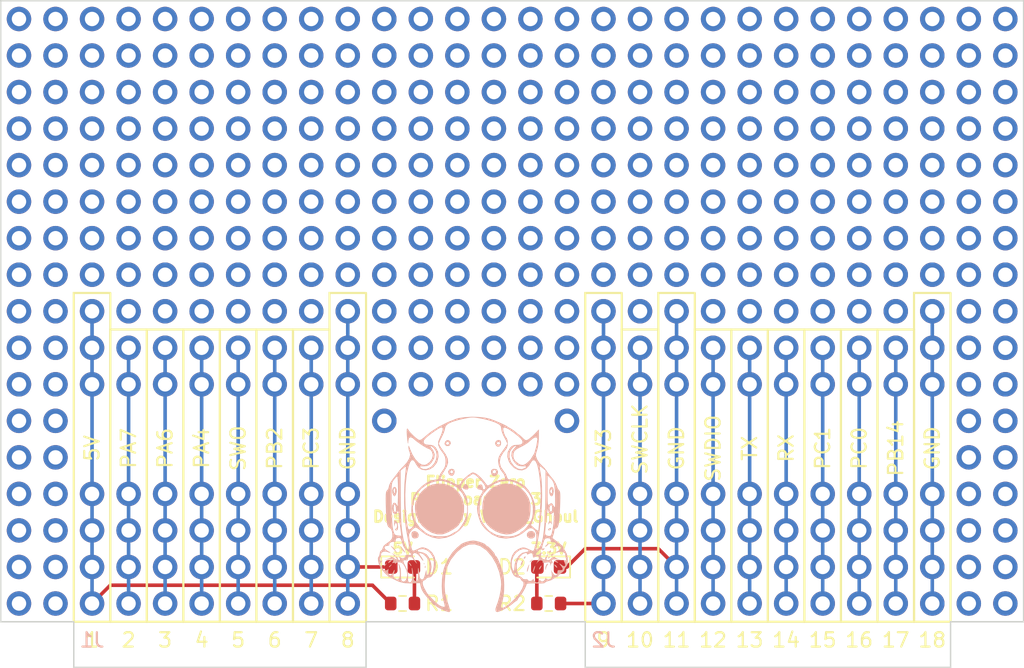
<source format=kicad_pcb>
(kicad_pcb (version 20221018) (generator pcbnew)
  (layers (0 "F.Cu" signal) (31 "B.Cu" signal) (34 "B.Paste" user) (35 "F.Paste" user) (36 "B.SilkS" user "B.Silkscreen") (37 "F.SilkS" user "F.Silkscreen") (38 "B.Mask" user) (39 "F.Mask" user) (44 "Edge.Cuts" user))
  (net 0 "")
  (footprint "Connector_PinSocket_2.54mm:PinSocket_1x01_P2.54mm_Vertical" (layer "F.Cu") (at 66.04 132.08)
    (fp_text reference "REF356" hide)
    (fp_text value "PinSocket_1x01_P2.54mm_Vertical" hide)
  )
  (footprint "Connector_PinSocket_2.54mm:PinSocket_1x01_P2.54mm_Vertical" (layer "F.Cu") (at 71.12 99.06)
    (fp_text reference "REF2" hide)
    (fp_text value "PinSocket_1x01_P2.54mm_Vertical" hide)
  )
  (footprint "Connector_PinSocket_2.54mm:PinSocket_1x01_P2.54mm_Vertical" (layer "F.Cu") (at 83.82 119.38)
    (fp_text reference "REF199" hide)
    (fp_text value "PinSocket_1x01_P2.54mm_Vertical" hide)
  )
  (footprint "Connector_PinSocket_2.54mm:PinSocket_1x01_P2.54mm_Vertical" (layer "F.Cu") (at 71.12 124.46)
    (fp_text reference "REF122" hide)
    (fp_text value "PinSocket_1x01_P2.54mm_Vertical" hide)
  )
  (footprint "LED_SMD:LED_0603_1608Metric" (layer "F.Cu") (at 90.17 137.16)
    (fp_text reference "D1")
    (fp_text value "LED_0603_1608Metric" hide)
  )
  (footprint "Connector_PinSocket_2.54mm:PinSocket_1x01_P2.54mm_Vertical" (layer "F.Cu") (at 68.58 116.84)
    (fp_text reference "REF169" hide)
    (fp_text value "PinSocket_1x01_P2.54mm_Vertical" hide)
  )
  (footprint "Connector_PinSocket_2.54mm:PinSocket_1x01_P2.54mm_Vertical" (layer "F.Cu") (at 76.2 119.38)
    (fp_text reference "REF196" hide)
    (fp_text value "PinSocket_1x01_P2.54mm_Vertical" hide)
  )
  (footprint "Resistor_SMD:R_0603_1608Metric" (layer "F.Cu") (at 100.33 139.7)
    (fp_text reference "R2")
    (fp_text value "R_0603_1608Metric" hide)
  )
  (footprint "Connector_PinSocket_2.54mm:PinSocket_1x01_P2.54mm_Vertical" (layer "F.Cu") (at 114.3 99.06)
    (fp_text reference "REF19" hide)
    (fp_text value "PinSocket_1x01_P2.54mm_Vertical" hide)
  )
  (footprint "Connector_PinSocket_2.54mm:PinSocket_1x01_P2.54mm_Vertical" (layer "F.Cu") (at 121.92 134.62)
    (fp_text reference "REF267" hide)
    (fp_text value "PinSocket_1x01_P2.54mm_Vertical" hide)
  )
  (footprint "Connector_PinSocket_2.54mm:PinSocket_1x01_P2.54mm_Vertical" (layer "F.Cu") (at 86.36 114.3)
    (fp_text reference "REF152" hide)
    (fp_text value "PinSocket_1x01_P2.54mm_Vertical" hide)
  )
  (footprint "Connector_PinSocket_2.54mm:PinSocket_1x01_P2.54mm_Vertical" (layer "F.Cu") (at 109.22 114.3)
    (fp_text reference "REF161" hide)
    (fp_text value "PinSocket_1x01_P2.54mm_Vertical" hide)
  )
  (footprint "Connector_PinSocket_2.54mm:PinSocket_1x01_P2.54mm_Vertical" (layer "F.Cu") (at 66.04 109.22)
    (fp_text reference "REF338" hide)
    (fp_text value "PinSocket_1x01_P2.54mm_Vertical" hide)
  )
  (footprint "Connector_PinSocket_2.54mm:PinSocket_1x01_P2.54mm_Vertical" (layer "F.Cu") (at 129.54 139.7)
    (fp_text reference "REF327" hide)
    (fp_text value "PinSocket_1x01_P2.54mm_Vertical" hide)
  )
  (footprint "Connector_PinSocket_2.54mm:PinSocket_1x01_P2.54mm_Vertical" (layer "F.Cu") (at 76.2 111.76)
    (fp_text reference "REF124" hide)
    (fp_text value "PinSocket_1x01_P2.54mm_Vertical" hide)
  )
  (footprint "Connector_PinSocket_2.54mm:PinSocket_1x01_P2.54mm_Vertical" (layer "F.Cu") (at 68.58 114.3)
    (fp_text reference "REF145" hide)
    (fp_text value "PinSocket_1x01_P2.54mm_Vertical" hide)
  )
  (footprint "Connector_PinSocket_2.54mm:PinSocket_1x01_P2.54mm_Vertical" (layer "F.Cu") (at 63.5 104.14)
    (fp_text reference "REF333" hide)
    (fp_text value "PinSocket_1x01_P2.54mm_Vertical" hide)
  )
  (footprint "Connector_PinSocket_2.54mm:PinSocket_1x01_P2.54mm_Vertical" (layer "F.Cu") (at 86.36 116.84)
    (fp_text reference "REF176" hide)
    (fp_text value "PinSocket_1x01_P2.54mm_Vertical" hide)
  )
  (footprint "Connector_PinSocket_2.54mm:PinSocket_1x01_P2.54mm_Vertical" (layer "F.Cu") (at 106.68 111.76)
    (fp_text reference "REF136" hide)
    (fp_text value "PinSocket_1x01_P2.54mm_Vertical" hide)
  )
  (footprint "Connector_PinSocket_2.54mm:PinSocket_1x01_P2.54mm_Vertical" (layer "F.Cu") (at 83.82 106.68)
    (fp_text reference "REF79" hide)
    (fp_text value "PinSocket_1x01_P2.54mm_Vertical" hide)
  )
  (footprint "Connector_PinSocket_2.54mm:PinSocket_1x01_P2.54mm_Vertical" (layer "F.Cu") (at 129.54 137.16)
    (fp_text reference "REF324" hide)
    (fp_text value "PinSocket_1x01_P2.54mm_Vertical" hide)
  )
  (footprint "Connector_PinSocket_2.54mm:PinSocket_1x01_P2.54mm_Vertical" (layer "F.Cu") (at 109.22 116.84)
    (fp_text reference "REF185" hide)
    (fp_text value "PinSocket_1x01_P2.54mm_Vertical" hide)
  )
  (footprint "Connector_PinSocket_2.54mm:PinSocket_1x01_P2.54mm_Vertical" (layer "F.Cu") (at 71.12 119.38)
    (fp_text reference "REF194" hide)
    (fp_text value "PinSocket_1x01_P2.54mm_Vertical" hide)
  )
  (footprint "Connector_PinSocket_2.54mm:PinSocket_1x01_P2.54mm_Vertical" (layer "F.Cu") (at 111.76 99.06)
    (fp_text reference "REF18" hide)
    (fp_text value "PinSocket_1x01_P2.54mm_Vertical" hide)
  )
  (footprint "Connector_PinSocket_2.54mm:PinSocket_1x01_P2.54mm_Vertical" (layer "F.Cu") (at 91.44 101.6)
    (fp_text reference "REF34" hide)
    (fp_text value "PinSocket_1x01_P2.54mm_Vertical" hide)
  )
  (footprint "Connector_PinSocket_2.54mm:PinSocket_1x01_P2.54mm_Vertical" (layer "F.Cu") (at 106.68 132.08)
    (fp_text reference "REF184" hide)
    (fp_text value "PinSocket_1x01_P2.54mm_Vertical" hide)
  )
  (footprint "Connector_PinSocket_2.54mm:PinSocket_1x01_P2.54mm_Vertical" (layer "F.Cu") (at 109.22 109.22)
    (fp_text reference "REF113" hide)
    (fp_text value "PinSocket_1x01_P2.54mm_Vertical" hide)
  )
  (footprint "Connector_PinSocket_2.54mm:PinSocket_1x01_P2.54mm_Vertical" (layer "F.Cu") (at 99.06 106.68)
    (fp_text reference "REF85" hide)
    (fp_text value "PinSocket_1x01_P2.54mm_Vertical" hide)
  )
  (footprint "Connector_PinSocket_2.54mm:PinSocket_1x01_P2.54mm_Vertical" (layer "F.Cu") (at 88.9 99.06)
    (fp_text reference "REF9" hide)
    (fp_text value "PinSocket_1x01_P2.54mm_Vertical" hide)
  )
  (footprint "Connector_PinSocket_2.54mm:PinSocket_1x01_P2.54mm_Vertical" (layer "F.Cu") (at 81.28 106.68)
    (fp_text reference "REF78" hide)
    (fp_text value "PinSocket_1x01_P2.54mm_Vertical" hide)
  )
  (footprint "Connector_PinSocket_2.54mm:PinSocket_1x01_P2.54mm_Vertical" (layer "F.Cu") (at 119.38 111.76)
    (fp_text reference "REF141" hide)
    (fp_text value "PinSocket_1x01_P2.54mm_Vertical" hide)
  )
  (footprint "Connector_PinSocket_2.54mm:PinSocket_1x01_P2.54mm_Vertical" (layer "F.Cu") (at 68.58 134.62)
    (fp_text reference "REF240" hide)
    (fp_text value "PinSocket_1x01_P2.54mm_Vertical" hide)
  )
  (footprint "Connector_PinSocket_2.54mm:PinSocket_1x01_P2.54mm_Vertical" (layer "F.Cu") (at 73.66 121.92)
    (fp_text reference "REF219" hide)
    (fp_text value "PinSocket_1x01_P2.54mm_Vertical" hide)
  )
  (footprint "Connector_PinSocket_2.54mm:PinSocket_1x01_P2.54mm_Vertical" (layer "F.Cu") (at 63.5 132.08)
    (fp_text reference "REF355" hide)
    (fp_text value "PinSocket_1x01_P2.54mm_Vertical" hide)
  )
  (footprint "Connector_PinSocket_2.54mm:PinSocket_1x01_P2.54mm_Vertical" (layer "F.Cu") (at 91.44 106.68)
    (fp_text reference "REF82" hide)
    (fp_text value "PinSocket_1x01_P2.54mm_Vertical" hide)
  )
  (footprint "Connector_PinSocket_2.54mm:PinSocket_1x01_P2.54mm_Vertical" (layer "F.Cu") (at 86.36 104.14)
    (fp_text reference "REF56" hide)
    (fp_text value "PinSocket_1x01_P2.54mm_Vertical" hide)
  )
  (footprint "Connector_PinSocket_2.54mm:PinSocket_1x01_P2.54mm_Vertical" (layer "F.Cu") (at 101.6 104.14)
    (fp_text reference "REF62" hide)
    (fp_text value "PinSocket_1x01_P2.54mm_Vertical" hide)
  )
  (footprint "Connector_PinSocket_2.54mm:PinSocket_1x01_P2.54mm_Vertical" (layer "F.Cu") (at 111.76 116.84)
    (fp_text reference "REF186" hide)
    (fp_text value "PinSocket_1x01_P2.54mm_Vertical" hide)
  )
  (footprint "Connector_PinSocket_2.54mm:PinSocket_1x01_P2.54mm_Vertical" (layer "F.Cu") (at 101.6 127)
    (fp_text reference "REF245" hide)
    (fp_text value "PinSocket_1x01_P2.54mm_Vertical" hide)
  )
  (footprint "Connector_PinSocket_2.54mm:PinSocket_1x01_P2.54mm_Vertical" (layer "F.Cu") (at 109.22 106.68)
    (fp_text reference "REF89" hide)
    (fp_text value "PinSocket_1x01_P2.54mm_Vertical" hide)
  )
  (footprint "Connector_PinSocket_2.54mm:PinSocket_1x01_P2.54mm_Vertical" (layer "F.Cu") (at 119.38 121.92)
    (fp_text reference "REF237" hide)
    (fp_text value "PinSocket_1x01_P2.54mm_Vertical" hide)
  )
  (footprint "Connector_PinSocket_2.54mm:PinSocket_1x01_P2.54mm_Vertical" (layer "F.Cu") (at 119.38 101.6)
    (fp_text reference "REF45" hide)
    (fp_text value "PinSocket_1x01_P2.54mm_Vertical" hide)
  )
  (footprint "Connector_PinSocket_2.54mm:PinSocket_1x01_P2.54mm_Vertical" (layer "F.Cu") (at 127 134.62)
    (fp_text reference "REF269" hide)
    (fp_text value "PinSocket_1x01_P2.54mm_Vertical" hide)
  )
  (footprint "Connector_PinSocket_2.54mm:PinSocket_1x01_P2.54mm_Vertical" (layer "F.Cu") (at 83.82 121.92)
    (fp_text reference "REF223" hide)
    (fp_text value "PinSocket_1x01_P2.54mm_Vertical" hide)
  )
  (footprint "Connector_PinSocket_2.54mm:PinSocket_1x01_P2.54mm_Vertical" (layer "F.Cu") (at 71.12 104.14)
    (fp_text reference "REF50" hide)
    (fp_text value "PinSocket_1x01_P2.54mm_Vertical" hide)
  )
  (footprint "Connector_PinSocket_2.54mm:PinSocket_1x01_P2.54mm_Vertical" (layer "F.Cu") (at 66.04 106.68)
    (fp_text reference "REF336" hide)
    (fp_text value "PinSocket_1x01_P2.54mm_Vertical" hide)
  )
  (footprint "Connector_PinSocket_2.54mm:PinSocket_1x01_P2.54mm_Vertical" (layer "F.Cu") (at 81.28 116.84)
    (fp_text reference "REF174" hide)
    (fp_text value "PinSocket_1x01_P2.54mm_Vertical" hide)
  )
  (footprint "Connector_PinSocket_2.54mm:PinSocket_1x01_P2.54mm_Vertical" (layer "F.Cu") (at 78.74 132.08)
    (fp_text reference "REF173" hide)
    (fp_text value "PinSocket_1x01_P2.54mm_Vertical" hide)
  )
  (footprint "Connector_PinSocket_2.54mm:PinSocket_1x01_P2.54mm_Vertical" (layer "F.Cu") (at 88.9 116.84)
    (fp_text reference "REF177" hide)
    (fp_text value "PinSocket_1x01_P2.54mm_Vertical" hide)
  )
  (footprint "Connector_PinSocket_2.54mm:PinSocket_1x01_P2.54mm_Vertical" (layer "F.Cu") (at 99.06 104.14)
    (fp_text reference "REF61" hide)
    (fp_text value "PinSocket_1x01_P2.54mm_Vertical" hide)
  )
  (footprint "Connector_PinSocket_2.54mm:PinSocket_1x01_P2.54mm_Vertical" (layer "F.Cu") (at 83.82 109.22)
    (fp_text reference "REF103" hide)
    (fp_text value "PinSocket_1x01_P2.54mm_Vertical" hide)
  )
  (footprint "Connector_PinSocket_2.54mm:PinSocket_1x01_P2.54mm_Vertical" (layer "F.Cu") (at 73.66 101.6)
    (fp_text reference "REF27" hide)
    (fp_text value "PinSocket_1x01_P2.54mm_Vertical" hide)
  )
  (footprint "Connector_PinSocket_2.54mm:PinSocket_1x01_P2.54mm_Vertical" (layer "F.Cu") (at 81.28 104.14)
    (fp_text reference "REF54" hide)
    (fp_text value "PinSocket_1x01_P2.54mm_Vertical" hide)
  )
  (footprint "Connector_PinSocket_2.54mm:PinSocket_1x01_P2.54mm_Vertical" (layer "F.Cu") (at 124.46 111.76)
    (fp_text reference "REF143" hide)
    (fp_text value "PinSocket_1x01_P2.54mm_Vertical" hide)
  )
  (footprint "Connector_PinSocket_2.54mm:PinSocket_1x01_P2.54mm_Vertical" (layer "F.Cu") (at 68.58 124.46)
    (fp_text reference "REF121" hide)
    (fp_text value "PinSocket_1x01_P2.54mm_Vertical" hide)
  )
  (footprint "Connector_PinSocket_2.54mm:PinSocket_1x01_P2.54mm_Vertical" (layer "F.Cu") (at 111.76 134.62)
    (fp_text reference "REF263" hide)
    (fp_text value "PinSocket_1x01_P2.54mm_Vertical" hide)
  )
  (footprint "Connector_PinSocket_2.54mm:PinSocket_1x01_P2.54mm_Vertical" (layer "F.Cu") (at 127 106.68)
    (fp_text reference "REF96" hide)
    (fp_text value "PinSocket_1x01_P2.54mm_Vertical" hide)
  )
  (footprint "Connector_PinSocket_2.54mm:PinSocket_1x01_P2.54mm_Vertical" (layer "F.Cu") (at 101.6 121.92)
    (fp_text reference "REF230" hide)
    (fp_text value "PinSocket_1x01_P2.54mm_Vertical" hide)
  )
  (footprint "Connector_PinSocket_2.54mm:PinSocket_1x01_P2.54mm_Vertical" (layer "F.Cu") (at 121.92 121.92)
    (fp_text reference "REF238" hide)
    (fp_text value "PinSocket_1x01_P2.54mm_Vertical" hide)
  )
  (footprint "Connector_PinSocket_2.54mm:PinSocket_1x01_P2.54mm_Vertical" (layer "F.Cu") (at 78.74 101.6)
    (fp_text reference "REF29" hide)
    (fp_text value "PinSocket_1x01_P2.54mm_Vertical" hide)
  )
  (footprint "Connector_PinSocket_2.54mm:PinSocket_1x01_P2.54mm_Vertical" (layer "F.Cu") (at 129.54 129.54)
    (fp_text reference "REF315" hide)
    (fp_text value "PinSocket_1x01_P2.54mm_Vertical" hide)
  )
  (footprint "Connector_PinSocket_2.54mm:PinSocket_1x01_P2.54mm_Vertical" (layer "F.Cu") (at 63.5 109.22)
    (fp_text reference "REF337" hide)
    (fp_text value "PinSocket_1x01_P2.54mm_Vertical" hide)
  )
  (footprint "Connector_PinSocket_2.54mm:PinSocket_1x01_P2.54mm_Vertical" (layer "F.Cu") (at 66.04 114.3)
    (fp_text reference "REF342" hide)
    (fp_text value "PinSocket_1x01_P2.54mm_Vertical" hide)
  )
  (footprint "Connector_PinSocket_2.54mm:PinSocket_1x01_P2.54mm_Vertical" (layer "F.Cu") (at 129.54 119.38)
    (fp_text reference "REF303" hide)
    (fp_text value "PinSocket_1x01_P2.54mm_Vertical" hide)
  )
  (footprint "Connector_PinSocket_2.54mm:PinSocket_1x01_P2.54mm_Vertical" (layer "F.Cu") (at 129.54 124.46)
    (fp_text reference "REF309" hide)
    (fp_text value "PinSocket_1x01_P2.54mm_Vertical" hide)
  )
  (footprint "Connector_PinSocket_2.54mm:PinSocket_1x01_P2.54mm_Vertical" (layer "F.Cu") (at 68.58 101.6)
    (fp_text reference "REF25" hide)
    (fp_text value "PinSocket_1x01_P2.54mm_Vertical" hide)
  )
  (footprint "Connector_PinSocket_2.54mm:PinSocket_1x01_P2.54mm_Vertical" (layer "F.Cu") (at 109.22 134.62)
    (fp_text reference "REF262" hide)
    (fp_text value "PinSocket_1x01_P2.54mm_Vertical" hide)
  )
  (footprint "Connector_PinSocket_2.54mm:PinSocket_1x01_P2.54mm_Vertical" (layer "F.Cu") (at 71.12 121.92)
    (fp_text reference "REF218" hide)
    (fp_text value "PinSocket_1x01_P2.54mm_Vertical" hide)
  )
  (footprint "Connector_PinSocket_2.54mm:PinSocket_1x01_P2.54mm_Vertical" (layer "F.Cu") (at 99.06 99.06)
    (fp_text reference "REF13" hide)
    (fp_text value "PinSocket_1x01_P2.54mm_Vertical" hide)
  )
  (footprint "Connector_PinSocket_2.54mm:PinSocket_1x01_P2.54mm_Vertical" (layer "F.Cu") (at 63.5 119.38)
    (fp_text reference "REF345" hide)
    (fp_text value "PinSocket_1x01_P2.54mm_Vertical" hide)
  )
  (footprint "Connector_PinSocket_2.54mm:PinSocket_1x01_P2.54mm_Vertical" (layer "F.Cu") (at 129.54 109.22)
    (fp_text reference "REF291" hide)
    (fp_text value "PinSocket_1x01_P2.54mm_Vertical" hide)
  )
  (footprint "Connector_PinSocket_2.54mm:PinSocket_1x01_P2.54mm_Vertical" (layer "F.Cu") (at 66.04 129.54)
    (fp_text reference "REF354" hide)
    (fp_text value "PinSocket_1x01_P2.54mm_Vertical" hide)
  )
  (footprint "Connector_PinSocket_2.54mm:PinSocket_1x01_P2.54mm_Vertical" (layer "F.Cu") (at 71.12 109.22)
    (fp_text reference "REF98" hide)
    (fp_text value "PinSocket_1x01_P2.54mm_Vertical" hide)
  )
  (footprint "Connector_PinSocket_2.54mm:PinSocket_1x01_P2.54mm_Vertical" (layer "F.Cu") (at 86.36 99.06)
    (fp_text reference "REF8" hide)
    (fp_text value "PinSocket_1x01_P2.54mm_Vertical" hide)
  )
  (footprint "Connector_PinSocket_2.54mm:PinSocket_1x01_P2.54mm_Vertical" (layer "F.Cu") (at 66.04 137.16)
    (fp_text reference "REF360" hide)
    (fp_text value "PinSocket_1x01_P2.54mm_Vertical" hide)
  )
  (footprint "Connector_PinSocket_2.54mm:PinSocket_1x01_P2.54mm_Vertical" (layer "F.Cu") (at 83.82 101.6)
    (fp_text reference "REF31" hide)
    (fp_text value "PinSocket_1x01_P2.54mm_Vertical" hide)
  )
  (footprint "Connector_PinSocket_2.54mm:PinSocket_1x01_P2.54mm_Vertical" (layer "F.Cu") (at 86.36 134.62)
    (fp_text reference "REF252" hide)
    (fp_text value "PinSocket_1x01_P2.54mm_Vertical" hide)
  )
  (footprint "Connector_PinSocket_2.54mm:PinSocket_1x01_P2.54mm_Vertical" (layer "F.Cu") (at 129.54 116.84)
    (fp_text reference "REF300" hide)
    (fp_text value "PinSocket_1x01_P2.54mm_Vertical" hide)
  )
  (footprint "Connector_PinSocket_2.54mm:PinSocket_1x01_P2.54mm_Vertical" (layer "F.Cu") (at 132.08 111.76)
    (fp_text reference "REF295" hide)
    (fp_text value "PinSocket_1x01_P2.54mm_Vertical" hide)
  )
  (footprint "Connector_PinSocket_2.54mm:PinSocket_1x01_P2.54mm_Vertical" (layer "F.Cu") (at 119.38 114.3)
    (fp_text reference "REF165" hide)
    (fp_text value "PinSocket_1x01_P2.54mm_Vertical" hide)
  )
  (footprint "Connector_PinSocket_2.54mm:PinSocket_1x01_P2.54mm_Vertical" (layer "F.Cu") (at 111.76 124.46)
    (fp_text reference "REF186" hide)
    (fp_text value "PinSocket_1x01_P2.54mm_Vertical" hide)
  )
  (footprint "Connector_PinSocket_2.54mm:PinSocket_1x01_P2.54mm_Vertical" (layer "F.Cu") (at 81.28 111.76)
    (fp_text reference "REF126" hide)
    (fp_text value "PinSocket_1x01_P2.54mm_Vertical" hide)
  )
  (footprint "Connector_PinSocket_2.54mm:PinSocket_1x01_P2.54mm_Vertical" (layer "F.Cu") (at 78.74 119.38)
    (fp_text reference "REF197" hide)
    (fp_text value "PinSocket_1x01_P2.54mm_Vertical" hide)
  )
  (footprint "Connector_PinSocket_2.54mm:PinSocket_1x01_P2.54mm_Vertical" (layer "F.Cu") (at 68.58 119.38)
    (fp_text reference "REF193" hide)
    (fp_text value "PinSocket_1x01_P2.54mm_Vertical" hide)
  )
  (footprint "Connector_PinSocket_2.54mm:PinSocket_1x01_P2.54mm_Vertical" (layer "F.Cu") (at 63.5 101.6)
    (fp_text reference "REF331" hide)
    (fp_text value "PinSocket_1x01_P2.54mm_Vertical" hide)
  )
  (footprint "Connector_PinSocket_2.54mm:PinSocket_1x01_P2.54mm_Vertical" (layer "F.Cu") (at 99.06 116.84)
    (fp_text reference "REF181" hide)
    (fp_text value "PinSocket_1x01_P2.54mm_Vertical" hide)
  )
  (footprint "Connector_PinSocket_2.54mm:PinSocket_1x01_P2.54mm_Vertical" (layer "F.Cu") (at 129.54 104.14)
    (fp_text reference "REF285" hide)
    (fp_text value "PinSocket_1x01_P2.54mm_Vertical" hide)
  )
  (footprint "Connector_PinSocket_2.54mm:PinSocket_1x01_P2.54mm_Vertical" (layer "F.Cu") (at 66.04 116.84)
    (fp_text reference "REF344" hide)
    (fp_text value "PinSocket_1x01_P2.54mm_Vertical" hide)
  )
  (footprint "Connector_PinSocket_2.54mm:PinSocket_1x01_P2.54mm_Vertical" (layer "F.Cu") (at 93.98 99.06)
    (fp_text reference "REF11" hide)
    (fp_text value "PinSocket_1x01_P2.54mm_Vertical" hide)
  )
  (footprint "Connector_PinSocket_2.54mm:PinSocket_1x01_P2.54mm_Vertical" (layer "F.Cu") (at 101.6 109.22)
    (fp_text reference "REF110" hide)
    (fp_text value "PinSocket_1x01_P2.54mm_Vertical" hide)
  )
  (footprint "Connector_PinSocket_2.54mm:PinSocket_1x01_P2.54mm_Vertical" (layer "F.Cu") (at 68.58 111.76)
    (fp_text reference "REF121" hide)
    (fp_text value "PinSocket_1x01_P2.54mm_Vertical" hide)
  )
  (footprint "Connector_PinSocket_2.54mm:PinSocket_1x01_P2.54mm_Vertical" (layer "F.Cu") (at 119.38 134.62)
    (fp_text reference "REF266" hide)
    (fp_text value "PinSocket_1x01_P2.54mm_Vertical" hide)
  )
  (footprint "Connector_PinSocket_2.54mm:PinSocket_1x01_P2.54mm_Vertical" (layer "F.Cu") (at 111.76 119.38)
    (fp_text reference "REF210" hide)
    (fp_text value "PinSocket_1x01_P2.54mm_Vertical" hide)
  )
  (footprint "Connector_PinSocket_2.54mm:PinSocket_1x01_P2.54mm_Vertical" (layer "F.Cu") (at 132.08 99.06)
    (fp_text reference "REF280" hide)
    (fp_text value "PinSocket_1x01_P2.54mm_Vertical" hide)
  )
  (footprint "Connector_PinSocket_2.54mm:PinSocket_1x01_P2.54mm_Vertical" (layer "F.Cu") (at 121.92 104.14)
    (fp_text reference "REF70" hide)
    (fp_text value "PinSocket_1x01_P2.54mm_Vertical" hide)
  )
  (footprint "Connector_PinSocket_2.54mm:PinSocket_1x01_P2.54mm_Vertical" (layer "F.Cu") (at 104.14 134.62)
    (fp_text reference "REF240" hide)
    (fp_text value "PinSocket_1x01_P2.54mm_Vertical" hide)
  )
  (footprint "Connector_PinSocket_2.54mm:PinSocket_1x01_P2.54mm_Vertical" (layer "F.Cu") (at 96.52 104.14)
    (fp_text reference "REF60" hide)
    (fp_text value "PinSocket_1x01_P2.54mm_Vertical" hide)
  )
  (footprint "Connector_PinSocket_2.54mm:PinSocket_1x01_P2.54mm_Vertical" (layer "F.Cu") (at 124.46 134.62)
    (fp_text reference "REF268" hide)
    (fp_text value "PinSocket_1x01_P2.54mm_Vertical" hide)
  )
  (footprint "Connector_PinSocket_2.54mm:PinSocket_1x01_P2.54mm_Vertical" (layer "F.Cu") (at 81.28 121.92)
    (fp_text reference "REF222" hide)
    (fp_text value "PinSocket_1x01_P2.54mm_Vertical" hide)
  )
  (footprint "Connector_PinSocket_2.54mm:PinSocket_1x01_P2.54mm_Vertical" (layer "F.Cu") (at 129.54 121.92)
    (fp_text reference "REF306" hide)
    (fp_text value "PinSocket_1x01_P2.54mm_Vertical" hide)
  )
  (footprint "Connector_PinSocket_2.54mm:PinSocket_1x01_P2.54mm_Vertical" (layer "F.Cu") (at 116.84 99.06)
    (fp_text reference "REF20" hide)
    (fp_text value "PinSocket_1x01_P2.54mm_Vertical" hide)
  )
  (footprint "Connector_PinSocket_2.54mm:PinSocket_1x01_P2.54mm_Vertical" (layer "F.Cu") (at 111.76 121.92)
    (fp_text reference "REF234" hide)
    (fp_text value "PinSocket_1x01_P2.54mm_Vertical" hide)
  )
  (footprint "Connector_PinSocket_2.54mm:PinSocket_1x01_P2.54mm_Vertical" (layer "F.Cu") (at 124.46 124.46)
    (fp_text reference "REF191" hide)
    (fp_text value "PinSocket_1x01_P2.54mm_Vertical" hide)
  )
  (footprint "Connector_PinSocket_2.54mm:PinSocket_1x01_P2.54mm_Vertical" (layer "F.Cu") (at 119.38 116.84)
    (fp_text reference "REF189" hide)
    (fp_text value "PinSocket_1x01_P2.54mm_Vertical" hide)
  )
  (footprint "Connector_PinSocket_2.54mm:PinSocket_1x01_P2.54mm_Vertical" (layer "F.Cu") (at 132.08 106.68)
    (fp_text reference "REF289" hide)
    (fp_text value "PinSocket_1x01_P2.54mm_Vertical" hide)
  )
  (footprint "Connector_PinSocket_2.54mm:PinSocket_1x01_P2.54mm_Vertical" (layer "F.Cu") (at 76.2 134.62)
    (fp_text reference "REF248" hide)
    (fp_text value "PinSocket_1x01_P2.54mm_Vertical" hide)
  )
  (footprint "Connector_PinSocket_2.54mm:PinSocket_1x01_P2.54mm_Vertical" (layer "F.Cu") (at 99.06 119.38)
    (fp_text reference "REF205" hide)
    (fp_text value "PinSocket_1x01_P2.54mm_Vertical" hide)
  )
  (footprint "Connector_PinSocket_2.54mm:PinSocket_1x01_P2.54mm_Vertical" (layer "F.Cu") (at 114.3 119.38)
    (fp_text reference "REF211" hide)
    (fp_text value "PinSocket_1x01_P2.54mm_Vertical" hide)
  )
  (footprint "Connector_PinSocket_2.54mm:PinSocket_1x01_P2.54mm_Vertical" (layer "F.Cu") (at 121.92 109.22)
    (fp_text reference "REF118" hide)
    (fp_text value "PinSocket_1x01_P2.54mm_Vertical" hide)
  )
  (footprint "Connector_PinSocket_2.54mm:PinSocket_1x01_P2.54mm_Vertical" (layer "F.Cu") (at 132.08 104.14)
    (fp_text reference "REF286" hide)
    (fp_text value "PinSocket_1x01_P2.54mm_Vertical" hide)
  )
  (footprint "Connector_PinSocket_2.54mm:PinSocket_1x01_P2.54mm_Vertical" (layer "F.Cu") (at 76.2 121.92)
    (fp_text reference "REF220" hide)
    (fp_text value "PinSocket_1x01_P2.54mm_Vertical" hide)
  )
  (footprint "Connector_PinSocket_2.54mm:PinSocket_1x01_P2.54mm_Vertical" (layer "F.Cu") (at 78.74 104.14)
    (fp_text reference "REF53" hide)
    (fp_text value "PinSocket_1x01_P2.54mm_Vertical" hide)
  )
  (footprint "Connector_PinSocket_2.54mm:PinSocket_1x01_P2.54mm_Vertical" (layer "F.Cu") (at 93.98 116.84)
    (fp_text reference "REF179" hide)
    (fp_text value "PinSocket_1x01_P2.54mm_Vertical" hide)
  )
  (footprint "Connector_PinSocket_2.54mm:PinSocket_1x01_P2.54mm_Vertical" (layer "F.Cu") (at 78.74 121.92)
    (fp_text reference "REF221" hide)
    (fp_text value "PinSocket_1x01_P2.54mm_Vertical" hide)
  )
  (footprint "Resistor_SMD:R_0603_1608Metric" (layer "F.Cu") (at 90.17 139.7)
    (fp_text reference "R1")
    (fp_text value "R_0603_1608Metric" hide)
  )
  (footprint "Connector_PinSocket_2.54mm:PinSocket_1x01_P2.54mm_Vertical" (layer "F.Cu") (at 132.08 132.08)
    (fp_text reference "REF319" hide)
    (fp_text value "PinSocket_1x01_P2.54mm_Vertical" hide)
  )
  (footprint "Connector_PinSocket_2.54mm:PinSocket_1x01_P2.54mm_Vertical" (layer "F.Cu") (at 101.6 116.84)
    (fp_text reference "REF182" hide)
    (fp_text value "PinSocket_1x01_P2.54mm_Vertical" hide)
  )
  (footprint "Connector_PinSocket_2.54mm:PinSocket_1x01_P2.54mm_Vertical" (layer "F.Cu") (at 66.04 134.62)
    (fp_text reference "REF358" hide)
    (fp_text value "PinSocket_1x01_P2.54mm_Vertical" hide)
  )
  (footprint "Connector_PinSocket_2.54mm:PinSocket_1x01_P2.54mm_Vertical" (layer "F.Cu") (at 121.92 99.06)
    (fp_text reference "REF22" hide)
    (fp_text value "PinSocket_1x01_P2.54mm_Vertical" hide)
  )
  (footprint "Connector_PinSocket_2.54mm:PinSocket_1x01_P2.54mm_Vertical" (layer "F.Cu") (at 109.22 124.46)
    (fp_text reference "REF185" hide)
    (fp_text value "PinSocket_1x01_P2.54mm_Vertical" hide)
  )
  (footprint "Connector_PinSocket_2.54mm:PinSocket_1x01_P2.54mm_Vertical" (layer "F.Cu") (at 104.14 101.6)
    (fp_text reference "REF39" hide)
    (fp_text value "PinSocket_1x01_P2.54mm_Vertical" hide)
  )
  (footprint "Connector_PinSocket_2.54mm:PinSocket_1x01_P2.54mm_Vertical" (layer "F.Cu") (at 96.52 111.76)
    (fp_text reference "REF132" hide)
    (fp_text value "PinSocket_1x01_P2.54mm_Vertical" hide)
  )
  (footprint "Connector_PinSocket_2.54mm:PinSocket_1x01_P2.54mm_Vertical" (layer "F.Cu") (at 119.38 137.16)
    (fp_text reference "REF276" hide)
    (fp_text value "PinSocket_1x01_P2.54mm_Vertical" hide)
  )
  (footprint "Connector_PinSocket_2.54mm:PinSocket_1x01_P2.54mm_Vertical" (layer "F.Cu") (at 132.08 124.46)
    (fp_text reference "REF310" hide)
    (fp_text value "PinSocket_1x01_P2.54mm_Vertical" hide)
  )
  (footprint "Connector_PinSocket_2.54mm:PinSocket_1x01_P2.54mm_Vertical" (layer "F.Cu") (at 124.46 119.38)
    (fp_text reference "REF215" hide)
    (fp_text value "PinSocket_1x01_P2.54mm_Vertical" hide)
  )
  (footprint "Connector_PinSocket_2.54mm:PinSocket_1x01_P2.54mm_Vertical" (layer "F.Cu") (at 81.28 101.6)
    (fp_text reference "REF30" hide)
    (fp_text value "PinSocket_1x01_P2.54mm_Vertical" hide)
  )
  (footprint "Connector_PinSocket_2.54mm:PinSocket_1x01_P2.54mm_Vertical" (layer "F.Cu") (at 109.22 137.16)
    (fp_text reference "REF272" hide)
    (fp_text value "PinSocket_1x01_P2.54mm_Vertical" hide)
  )
  (footprint "Connector_PinSocket_2.54mm:PinSocket_1x01_P2.54mm_Vertical" (layer "F.Cu") (at 116.84 132.08)
    (fp_text reference "REF188" hide)
    (fp_text value "PinSocket_1x01_P2.54mm_Vertical" hide)
  )
  (footprint "Connector_PinSocket_2.54mm:PinSocket_1x01_P2.54mm_Vertical" (layer "F.Cu") (at 106.68 124.46)
    (fp_text reference "REF184" hide)
    (fp_text value "PinSocket_1x01_P2.54mm_Vertical" hide)
  )
  (footprint "Connector_PinSocket_2.54mm:PinSocket_1x01_P2.54mm_Vertical" (layer "F.Cu") (at 63.5 139.7)
    (fp_text reference "REF361" hide)
    (fp_text value "PinSocket_1x01_P2.54mm_Vertical" hide)
  )
  (footprint "Connector_PinSocket_2.54mm:PinSocket_1x01_P2.54mm_Vertical" (layer "F.Cu") (at 119.38 132.08)
    (fp_text reference "REF189" hide)
    (fp_text value "PinSocket_1x01_P2.54mm_Vertical" hide)
  )
  (footprint "Connector_PinSocket_2.54mm:PinSocket_1x01_P2.54mm_Vertical" (layer "F.Cu") (at 93.98 104.14)
    (fp_text reference "REF59" hide)
    (fp_text value "PinSocket_1x01_P2.54mm_Vertical" hide)
  )
  (footprint "Connector_PinSocket_2.54mm:PinSocket_1x01_P2.54mm_Vertical" (layer "F.Cu") (at 68.58 137.16)
    (fp_text reference "REF253" hide)
    (fp_text value "PinSocket_1x01_P2.54mm_Vertical" hide)
  )
  (footprint "Connector_PinSocket_2.54mm:PinSocket_1x01_P2.54mm_Vertical" (layer "F.Cu") (at 109.22 121.92)
    (fp_text reference "REF233" hide)
    (fp_text value "PinSocket_1x01_P2.54mm_Vertical" hide)
  )
  (footprint "Connector_PinSocket_2.54mm:PinSocket_1x01_P2.54mm_Vertical" (layer "F.Cu") (at 127 121.92)
    (fp_text reference "REF240" hide)
    (fp_text value "PinSocket_1x01_P2.54mm_Vertical" hide)
  )
  (footprint "Connector_PinSocket_2.54mm:PinSocket_1x01_P2.54mm_Vertical" (layer "F.Cu") (at 129.54 127)
    (fp_text reference "REF312" hide)
    (fp_text value "PinSocket_1x01_P2.54mm_Vertical" hide)
  )
  (footprint "Connector_PinSocket_2.54mm:PinSocket_1x01_P2.54mm_Vertical" (layer "F.Cu") (at 73.66 137.16)
    (fp_text reference "REF255" hide)
    (fp_text value "PinSocket_1x01_P2.54mm_Vertical" hide)
  )
  (footprint "Connector_PinSocket_2.54mm:PinSocket_1x01_P2.54mm_Vertical" (layer "F.Cu") (at 104.14 99.06)
    (fp_text reference "REF15" hide)
    (fp_text value "PinSocket_1x01_P2.54mm_Vertical" hide)
  )
  (footprint "Connector_PinSocket_2.54mm:PinSocket_1x01_P2.54mm_Vertical" (layer "F.Cu") (at 91.44 109.22)
    (fp_text reference "REF106" hide)
    (fp_text value "PinSocket_1x01_P2.54mm_Vertical" hide)
  )
  (footprint "Connector_PinSocket_2.54mm:PinSocket_1x01_P2.54mm_Vertical" (layer "F.Cu") (at 129.54 134.62)
    (fp_text reference "REF321" hide)
    (fp_text value "PinSocket_1x01_P2.54mm_Vertical" hide)
  )
  (footprint "Connector_PinSocket_2.54mm:PinSocket_1x01_P2.54mm_Vertical" (layer "F.Cu") (at 71.12 111.76)
    (fp_text reference "REF122" hide)
    (fp_text value "PinSocket_1x01_P2.54mm_Vertical" hide)
  )
  (footprint "Connector_PinSocket_2.54mm:PinSocket_1x01_P2.54mm_Vertical" (layer "F.Cu") (at 83.82 132.08)
    (fp_text reference "REF175" hide)
    (fp_text value "PinSocket_1x01_P2.54mm_Vertical" hide)
  )
  (footprint "Connector_PinSocket_2.54mm:PinSocket_1x01_P2.54mm_Vertical" (layer "F.Cu") (at 66.04 101.6)
    (fp_text reference "REF332" hide)
    (fp_text value "PinSocket_1x01_P2.54mm_Vertical" hide)
  )
  (footprint "Connector_PinSocket_2.54mm:PinSocket_1x01_P2.54mm_Vertical" (layer "F.Cu") (at 111.76 132.08)
    (fp_text reference "REF186" hide)
    (fp_text value "PinSocket_1x01_P2.54mm_Vertical" hide)
  )
  (footprint "Connector_PinSocket_2.54mm:PinSocket_1x01_P2.54mm_Vertical" (layer "F.Cu") (at 83.82 104.14)
    (fp_text reference "REF55" hide)
    (fp_text value "PinSocket_1x01_P2.54mm_Vertical" hide)
  )
  (footprint "Connector_PinSocket_2.54mm:PinSocket_1x01_P2.54mm_Vertical" (layer "F.Cu") (at 124.46 132.08)
    (fp_text reference "REF191" hide)
    (fp_text value "PinSocket_1x01_P2.54mm_Vertical" hide)
  )
  (footprint "Connector_PinSocket_2.54mm:PinSocket_1x01_P2.54mm_Vertical" (layer "F.Cu") (at 93.98 124.46)
    (fp_text reference "REF242" hide)
    (fp_text value "PinSocket_1x01_P2.54mm_Vertical" hide)
  )
  (footprint "Connector_PinSocket_2.54mm:PinSocket_1x01_P2.54mm_Vertical" (layer "F.Cu") (at 116.84 119.38)
    (fp_text reference "REF212" hide)
    (fp_text value "PinSocket_1x01_P2.54mm_Vertical" hide)
  )
  (footprint "Connector_PinSocket_2.54mm:PinSocket_1x01_P2.54mm_Vertical" (layer "F.Cu") (at 114.3 137.16)
    (fp_text reference "REF274" hide)
    (fp_text value "PinSocket_1x01_P2.54mm_Vertical" hide)
  )
  (footprint "Connector_PinSocket_2.54mm:PinSocket_1x01_P2.54mm_Vertical" (layer "F.Cu") (at 104.14 106.68)
    (fp_text reference "REF87" hide)
    (fp_text value "PinSocket_1x01_P2.54mm_Vertical" hide)
  )
  (footprint "Connector_PinSocket_2.54mm:PinSocket_1x01_P2.54mm_Vertical" (layer "F.Cu") (at 88.9 106.68)
    (fp_text reference "REF81" hide)
    (fp_text value "PinSocket_1x01_P2.54mm_Vertical" hide)
  )
  (footprint "Connector_PinSocket_2.54mm:PinSocket_1x01_P2.54mm_Vertical" (layer "F.Cu") (at 68.58 132.08)
    (fp_text reference "REF169" hide)
    (fp_text value "PinSocket_1x01_P2.54mm_Vertical" hide)
  )
  (footprint "Connector_PinSocket_2.54mm:PinSocket_1x01_P2.54mm_Vertical" (layer "F.Cu") (at 101.6 124.46)
    (fp_text reference "REF245" hide)
    (fp_text value "PinSocket_1x01_P2.54mm_Vertical" hide)
  )
  (footprint "Connector_PinSocket_2.54mm:PinSocket_1x01_P2.54mm_Vertical" (layer "F.Cu") (at 78.74 114.3)
    (fp_text reference "REF149" hide)
    (fp_text value "PinSocket_1x01_P2.54mm_Vertical" hide)
  )
  (footprint "Connector_PinSocket_2.54mm:PinSocket_1x01_P2.54mm_Vertical" (layer "F.Cu") (at 73.66 111.76)
    (fp_text reference "REF123" hide)
    (fp_text value "PinSocket_1x01_P2.54mm_Vertical" hide)
  )
  (footprint "Connector_PinSocket_2.54mm:PinSocket_1x01_P2.54mm_Vertical" (layer "F.Cu") (at 68.58 104.14)
    (fp_text reference "REF49" hide)
    (fp_text value "PinSocket_1x01_P2.54mm_Vertical" hide)
  )
  (footprint "Connector_PinSocket_2.54mm:PinSocket_1x01_P2.54mm_Vertical" (layer "F.Cu") (at 73.66 132.08)
    (fp_text reference "REF171" hide)
    (fp_text value "PinSocket_1x01_P2.54mm_Vertical" hide)
  )
  (footprint "Connector_PinSocket_2.54mm:PinSocket_1x01_P2.54mm_Vertical" (layer "F.Cu") (at 119.38 109.22)
    (fp_text reference "REF117" hide)
    (fp_text value "PinSocket_1x01_P2.54mm_Vertical" hide)
  )
  (footprint "Connector_PinSocket_2.54mm:PinSocket_1x01_P2.54mm_Vertical" (layer "F.Cu") (at 81.28 124.46)
    (fp_text reference "REF126" hide)
    (fp_text value "PinSocket_1x01_P2.54mm_Vertical" hide)
  )
  (footprint "Connector_PinSocket_2.54mm:PinSocket_1x01_P2.54mm_Vertical" (layer "F.Cu") (at 96.52 116.84)
    (fp_text reference "REF180" hide)
    (fp_text value "PinSocket_1x01_P2.54mm_Vertical" hide)
  )
  (footprint "Connector_PinSocket_2.54mm:PinSocket_1x01_P2.54mm_Vertical" (layer "F.Cu") (at 99.06 121.92)
    (fp_text reference "REF229" hide)
    (fp_text value "PinSocket_1x01_P2.54mm_Vertical" hide)
  )
  (footprint "Connector_PinSocket_2.54mm:PinSocket_1x01_P2.54mm_Vertical" (layer "F.Cu") (at 76.2 104.14)
    (fp_text reference "REF52" hide)
    (fp_text value "PinSocket_1x01_P2.54mm_Vertical" hide)
  )
  (footprint "Connector_PinSocket_2.54mm:PinSocket_1x01_P2.54mm_Vertical" (layer "F.Cu") (at 78.74 106.68)
    (fp_text reference "REF77" hide)
    (fp_text value "PinSocket_1x01_P2.54mm_Vertical" hide)
  )
  (footprint "Connector_PinSocket_2.54mm:PinSocket_1x01_P2.54mm_Vertical" (layer "F.Cu") (at 106.68 137.16)
    (fp_text reference "REF271" hide)
    (fp_text value "PinSocket_1x01_P2.54mm_Vertical" hide)
  )
  (footprint "Connector_PinSocket_2.54mm:PinSocket_1x01_P2.54mm_Vertical" (layer "F.Cu") (at 124.46 114.3)
    (fp_text reference "REF167" hide)
    (fp_text value "PinSocket_1x01_P2.54mm_Vertical" hide)
  )
  (footprint "Connector_PinSocket_2.54mm:PinSocket_1x01_P2.54mm_Vertical" (layer "F.Cu") (at 132.08 109.22)
    (fp_text reference "REF292" hide)
    (fp_text value "PinSocket_1x01_P2.54mm_Vertical" hide)
  )
  (footprint "Connector_PinSocket_2.54mm:PinSocket_1x01_P2.54mm_Vertical" (layer "F.Cu") (at 63.5 116.84)
    (fp_text reference "REF343" hide)
    (fp_text value "PinSocket_1x01_P2.54mm_Vertical" hide)
  )
  (footprint "Connector_PinSocket_2.54mm:PinSocket_1x01_P2.54mm_Vertical" (layer "F.Cu") (at 83.82 116.84)
    (fp_text reference "REF175" hide)
    (fp_text value "PinSocket_1x01_P2.54mm_Vertical" hide)
  )
  (footprint "Connector_PinSocket_2.54mm:PinSocket_1x01_P2.54mm_Vertical" (layer "F.Cu") (at 81.28 134.62)
    (fp_text reference "REF250" hide)
    (fp_text value "PinSocket_1x01_P2.54mm_Vertical" hide)
  )
  (footprint "Connector_PinSocket_2.54mm:PinSocket_1x01_P2.54mm_Vertical" (layer "F.Cu") (at 96.52 101.6)
    (fp_text reference "REF36" hide)
    (fp_text value "PinSocket_1x01_P2.54mm_Vertical" hide)
  )
  (footprint "Connector_PinSocket_2.54mm:PinSocket_1x01_P2.54mm_Vertical" (layer "F.Cu") (at 99.06 114.3)
    (fp_text reference "REF157" hide)
    (fp_text value "PinSocket_1x01_P2.54mm_Vertical" hide)
  )
  (footprint "Connector_PinSocket_2.54mm:PinSocket_1x01_P2.54mm_Vertical" (layer "F.Cu") (at 114.3 134.62)
    (fp_text reference "REF264" hide)
    (fp_text value "PinSocket_1x01_P2.54mm_Vertical" hide)
  )
  (footprint "Connector_PinSocket_2.54mm:PinSocket_1x01_P2.54mm_Vertical" (layer "F.Cu") (at 104.14 119.38)
    (fp_text reference "REF207" hide)
    (fp_text value "PinSocket_1x01_P2.54mm_Vertical" hide)
  )
  (footprint "Connector_PinSocket_2.54mm:PinSocket_1x01_P2.54mm_Vertical" (layer "F.Cu") (at 116.84 101.6)
    (fp_text reference "REF44" hide)
    (fp_text value "PinSocket_1x01_P2.54mm_Vertical" hide)
  )
  (footprint "Connector_PinSocket_2.54mm:PinSocket_1x01_P2.54mm_Vertical" (layer "F.Cu") (at 96.52 121.92)
    (fp_text reference "REF228" hide)
    (fp_text value "PinSocket_1x01_P2.54mm_Vertical" hide)
  )
  (footprint "Connector_PinSocket_2.54mm:PinSocket_1x01_P2.54mm_Vertical" (layer "F.Cu") (at 106.68 101.6)
    (fp_text reference "REF40" hide)
    (fp_text value "PinSocket_1x01_P2.54mm_Vertical" hide)
  )
  (footprint "Connector_PinSocket_2.54mm:PinSocket_1x01_P2.54mm_Vertical" (layer "F.Cu") (at 73.66 99.06)
    (fp_text reference "REF3" hide)
    (fp_text value "PinSocket_1x01_P2.54mm_Vertical" hide)
  )
  (footprint "Connector_PinSocket_2.54mm:PinSocket_1x01_P2.54mm_Vertical" (layer "F.Cu") (at 71.12 137.16)
    (fp_text reference "REF254" hide)
    (fp_text value "PinSocket_1x01_P2.54mm_Vertical" hide)
  )
  (footprint "Connector_PinSocket_2.54mm:PinSocket_1x01_P2.54mm_Vertical" (layer "F.Cu") (at 78.74 116.84)
    (fp_text reference "REF173" hide)
    (fp_text value "PinSocket_1x01_P2.54mm_Vertical" hide)
  )
  (footprint "Connector_PinSocket_2.54mm:PinSocket_1x01_P2.54mm_Vertical" (layer "F.Cu") (at 124.46 104.14)
    (fp_text reference "REF71" hide)
    (fp_text value "PinSocket_1x01_P2.54mm_Vertical" hide)
  )
  (footprint "Connector_PinSocket_2.54mm:PinSocket_1x01_P2.54mm_Vertical" (layer "F.Cu") (at 68.58 109.22)
    (fp_text reference "REF97" hide)
    (fp_text value "PinSocket_1x01_P2.54mm_Vertical" hide)
  )
  (footprint "Connector_PinSocket_2.54mm:PinSocket_1x01_P2.54mm_Vertical" (layer "F.Cu") (at 106.68 121.92)
    (fp_text reference "REF232" hide)
    (fp_text value "PinSocket_1x01_P2.54mm_Vertical" hide)
  )
  (footprint "Connector_PinSocket_2.54mm:PinSocket_1x01_P2.54mm_Vertical" (layer "F.Cu") (at 86.36 137.16)
    (fp_text reference "REF260" hide)
    (fp_text value "PinSocket_1x01_P2.54mm_Vertical" hide)
  )
  (footprint "Connector_PinSocket_2.54mm:PinSocket_1x01_P2.54mm_Vertical" (layer "F.Cu") (at 127 124.46)
    (fp_text reference "REF192" hide)
    (fp_text value "PinSocket_1x01_P2.54mm_Vertical" hide)
  )
  (footprint "Connector_PinSocket_2.54mm:PinSocket_1x01_P2.54mm_Vertical" (layer "F.Cu") (at 114.3 104.14)
    (fp_text reference "REF67" hide)
    (fp_text value "PinSocket_1x01_P2.54mm_Vertical" hide)
  )
  (footprint "Connector_PinSocket_2.54mm:PinSocket_1x01_P2.54mm_Vertical" (layer "F.Cu") (at 101.6 114.3)
    (fp_text reference "REF158" hide)
    (fp_text value "PinSocket_1x01_P2.54mm_Vertical" hide)
  )
  (footprint "Connector_PinSocket_2.54mm:PinSocket_1x01_P2.54mm_Vertical" (layer "F.Cu") (at 99.06 124.46)
    (fp_text reference "REF244" hide)
    (fp_text value "PinSocket_1x01_P2.54mm_Vertical" hide)
  )
  (footprint "Connector_PinSocket_2.54mm:PinSocket_1x01_P2.54mm_Vertical" (layer "F.Cu") (at 132.08 127)
    (fp_text reference "REF313" hide)
    (fp_text value "PinSocket_1x01_P2.54mm_Vertical" hide)
  )
  (footprint "Connector_PinSocket_2.54mm:PinSocket_1x01_P2.54mm_Vertical" (layer "F.Cu") (at 96.52 114.3)
    (fp_text reference "REF156" hide)
    (fp_text value "PinSocket_1x01_P2.54mm_Vertical" hide)
  )
  (footprint "Connector_PinSocket_2.54mm:PinSocket_1x01_P2.54mm_Vertical" (layer "F.Cu") (at 114.3 121.92)
    (fp_text reference "REF235" hide)
    (fp_text value "PinSocket_1x01_P2.54mm_Vertical" hide)
  )
  (footprint "Connector_PinSocket_2.54mm:PinSocket_1x01_P2.54mm_Vertical" (layer "F.Cu") (at 68.58 121.92)
    (fp_text reference "REF217" hide)
    (fp_text value "PinSocket_1x01_P2.54mm_Vertical" hide)
  )
  (footprint "Connector_PinSocket_2.54mm:PinSocket_1x01_P2.54mm_Vertical" (layer "F.Cu") (at 88.9 109.22)
    (fp_text reference "REF105" hide)
    (fp_text value "PinSocket_1x01_P2.54mm_Vertical" hide)
  )
  (footprint "Connector_PinSocket_2.54mm:PinSocket_1x01_P2.54mm_Vertical" (layer "F.Cu") (at 124.46 116.84)
    (fp_text reference "REF191" hide)
    (fp_text value "PinSocket_1x01_P2.54mm_Vertical" hide)
  )
  (footprint "Connector_PinSocket_2.54mm:PinSocket_1x01_P2.54mm_Vertical" (layer "F.Cu") (at 99.06 111.76)
    (fp_text reference "REF133" hide)
    (fp_text value "PinSocket_1x01_P2.54mm_Vertical" hide)
  )
  (footprint "Connector_PinSocket_2.54mm:PinSocket_1x01_P2.54mm_Vertical" (layer "F.Cu") (at 91.44 114.3)
    (fp_text reference "REF154" hide)
    (fp_text value "PinSocket_1x01_P2.54mm_Vertical" hide)
  )
  (footprint "Connector_PinSocket_2.54mm:PinSocket_1x01_P2.54mm_Vertical" (layer "F.Cu") (at 124.46 137.16)
    (fp_text reference "REF278" hide)
    (fp_text value "PinSocket_1x01_P2.54mm_Vertical" hide)
  )
  (footprint "Connector_PinSocket_2.54mm:PinSocket_1x01_P2.54mm_Vertical" (layer "F.Cu") (at 132.08 116.84)
    (fp_text reference "REF301" hide)
    (fp_text value "PinSocket_1x01_P2.54mm_Vertical" hide)
  )
  (footprint "Connector_PinSocket_2.54mm:PinSocket_1x01_P2.54mm_Vertical" (layer "F.Cu") (at 127 116.84)
    (fp_text reference "REF192" hide)
    (fp_text value "PinSocket_1x01_P2.54mm_Vertical" hide)
  )
  (footprint "Connector_PinSocket_2.54mm:PinSocket_1x01_P2.54mm_Vertical" (layer "F.Cu") (at 116.84 106.68)
    (fp_text reference "REF92" hide)
    (fp_text value "PinSocket_1x01_P2.54mm_Vertical" hide)
  )
  (footprint "Connector_PinSocket_2.54mm:PinSocket_1x01_P2.54mm_Vertical" (layer "F.Cu") (at 88.9 121.92)
    (fp_text reference "REF225" hide)
    (fp_text value "PinSocket_1x01_P2.54mm_Vertical" hide)
  )
  (footprint "Connector_PinSocket_2.54mm:PinSocket_1x01_P2.54mm_Vertical" (layer "F.Cu") (at 78.74 111.76)
    (fp_text reference "REF125" hide)
    (fp_text value "PinSocket_1x01_P2.54mm_Vertical" hide)
  )
  (footprint "Connector_PinSocket_2.54mm:PinSocket_1x01_P2.54mm_Vertical" (layer "F.Cu") (at 121.92 101.6)
    (fp_text reference "REF46" hide)
    (fp_text value "PinSocket_1x01_P2.54mm_Vertical" hide)
  )
  (footprint "Connector_PinSocket_2.54mm:PinSocket_1x01_P2.54mm_Vertical" (layer "F.Cu") (at 106.68 104.14)
    (fp_text reference "REF64" hide)
    (fp_text value "PinSocket_1x01_P2.54mm_Vertical" hide)
  )
  (footprint "Connector_PinSocket_2.54mm:PinSocket_1x01_P2.54mm_Vertical" (layer "F.Cu") (at 73.66 106.68)
    (fp_text reference "REF75" hide)
    (fp_text value "PinSocket_1x01_P2.54mm_Vertical" hide)
  )
  (footprint "Connector_PinSocket_2.54mm:PinSocket_1x01_P2.54mm_Vertical" (layer "F.Cu") (at 132.08 129.54)
    (fp_text reference "REF316" hide)
    (fp_text value "PinSocket_1x01_P2.54mm_Vertical" hide)
  )
  (footprint "Connector_PinSocket_2.54mm:PinSocket_1x01_P2.54mm_Vertical" (layer "F.Cu") (at 129.54 132.08)
    (fp_text reference "REF318" hide)
    (fp_text value "PinSocket_1x01_P2.54mm_Vertical" hide)
  )
  (footprint "Connector_PinSocket_2.54mm:PinSocket_1x01_P2.54mm_Vertical" (layer "F.Cu") (at 111.76 114.3)
    (fp_text reference "REF162" hide)
    (fp_text value "PinSocket_1x01_P2.54mm_Vertical" hide)
  )
  (footprint "Connector_PinSocket_2.54mm:PinSocket_1x01_P2.54mm_Vertical" (layer "F.Cu") (at 109.22 101.6)
    (fp_text reference "REF41" hide)
    (fp_text value "PinSocket_1x01_P2.54mm_Vertical" hide)
  )
  (footprint "Connector_PinSocket_2.54mm:PinSocket_1x01_P2.54mm_Vertical" (layer "F.Cu") (at 83.82 99.06)
    (fp_text reference "REF7" hide)
    (fp_text value "PinSocket_1x01_P2.54mm_Vertical" hide)
  )
  (footprint "Connector_PinSocket_2.54mm:PinSocket_1x01_P2.54mm_Vertical" (layer "F.Cu") (at 86.36 101.6)
    (fp_text reference "REF32" hide)
    (fp_text value "PinSocket_1x01_P2.54mm_Vertical" hide)
  )
  (footprint "Connector_PinSocket_2.54mm:PinSocket_1x01_P2.54mm_Vertical" (layer "F.Cu") (at 127 137.16)
    (fp_text reference "REF279" hide)
    (fp_text value "PinSocket_1x01_P2.54mm_Vertical" hide)
  )
  (footprint "Connector_PinSocket_2.54mm:PinSocket_1x01_P2.54mm_Vertical" (layer "F.Cu") (at 114.3 116.84)
    (fp_text reference "REF187" hide)
    (fp_text value "PinSocket_1x01_P2.54mm_Vertical" hide)
  )
  (footprint "Connector_PinSocket_2.54mm:PinSocket_1x01_P2.54mm_Vertical" (layer "F.Cu") (at 101.6 101.6)
    (fp_text reference "REF38" hide)
    (fp_text value "PinSocket_1x01_P2.54mm_Vertical" hide)
  )
  (footprint "Connector_PinSocket_2.54mm:PinSocket_1x01_P2.54mm_Vertical" (layer "F.Cu") (at 111.76 106.68)
    (fp_text reference "REF90" hide)
    (fp_text value "PinSocket_1x01_P2.54mm_Vertical" hide)
  )
  (footprint "Connector_PinSocket_2.54mm:PinSocket_1x01_P2.54mm_Vertical" (layer "F.Cu") (at 76.2 99.06)
    (fp_text reference "REF4" hide)
    (fp_text value "PinSocket_1x01_P2.54mm_Vertical" hide)
  )
  (footprint "Connector_PinSocket_2.54mm:PinSocket_1x01_P2.54mm_Vertical" (layer "F.Cu") (at 119.38 104.14)
    (fp_text reference "REF69" hide)
    (fp_text value "PinSocket_1x01_P2.54mm_Vertical" hide)
  )
  (footprint "Connector_PinSocket_2.54mm:PinSocket_1x01_P2.54mm_Vertical" (layer "F.Cu") (at 121.92 114.3)
    (fp_text reference "REF166" hide)
    (fp_text value "PinSocket_1x01_P2.54mm_Vertical" hide)
  )
  (footprint "Connector_PinSocket_2.54mm:PinSocket_1x01_P2.54mm_Vertical" (layer "F.Cu") (at 73.66 116.84)
    (fp_text reference "REF171" hide)
    (fp_text value "PinSocket_1x01_P2.54mm_Vertical" hide)
  )
  (footprint "Connector_PinSocket_2.54mm:PinSocket_1x01_P2.54mm_Vertical" (layer "F.Cu") (at 109.22 132.08)
    (fp_text reference "REF185" hide)
    (fp_text value "PinSocket_1x01_P2.54mm_Vertical" hide)
  )
  (footprint "Connector_PinSocket_2.54mm:PinSocket_1x01_P2.54mm_Vertical" (layer "F.Cu") (at 111.76 101.6)
    (fp_text reference "REF42" hide)
    (fp_text value "PinSocket_1x01_P2.54mm_Vertical" hide)
  )
  (footprint "Connector_PinSocket_2.54mm:PinSocket_1x01_P2.54mm_Vertical" (layer "F.Cu") (at 121.92 106.68)
    (fp_text reference "REF94" hide)
    (fp_text value "PinSocket_1x01_P2.54mm_Vertical" hide)
  )
  (footprint "Connector_PinSocket_2.54mm:PinSocket_1x01_P2.54mm_Vertical" (layer "F.Cu") (at 81.28 137.16)
    (fp_text reference "REF258" hide)
    (fp_text value "PinSocket_1x01_P2.54mm_Vertical" hide)
  )
  (footprint "Connector_PinSocket_2.54mm:PinSocket_1x01_P2.54mm_Vertical" (layer "F.Cu") (at 119.38 124.46)
    (fp_text reference "REF189" hide)
    (fp_text value "PinSocket_1x01_P2.54mm_Vertical" hide)
  )
  (footprint "Connector_PinSocket_2.54mm:PinSocket_1x01_P2.54mm_Vertical" (layer "F.Cu") (at 73.66 124.46)
    (fp_text reference "REF123" hide)
    (fp_text value "PinSocket_1x01_P2.54mm_Vertical" hide)
  )
  (footprint "Connector_PinSocket_2.54mm:PinSocket_1x01_P2.54mm_Vertical" (layer "F.Cu") (at 101.6 106.68)
    (fp_text reference "REF86" hide)
    (fp_text value "PinSocket_1x01_P2.54mm_Vertical" hide)
  )
  (footprint "Connector_PinSocket_2.54mm:PinSocket_1x01_P2.54mm_Vertical" (layer "F.Cu") (at 63.5 121.92)
    (fp_text reference "REF347" hide)
    (fp_text value "PinSocket_1x01_P2.54mm_Vertical" hide)
  )
  (footprint "Connector_PinSocket_2.54mm:PinSocket_1x01_P2.54mm_Vertical" (layer "F.Cu") (at 132.08 121.92)
    (fp_text reference "REF307" hide)
    (fp_text value "PinSocket_1x01_P2.54mm_Vertical" hide)
  )
  (footprint "Connector_PinSocket_2.54mm:PinSocket_1x01_P2.54mm_Vertical" (layer "F.Cu") (at 129.54 101.6)
    (fp_text reference "REF282" hide)
    (fp_text value "PinSocket_1x01_P2.54mm_Vertical" hide)
  )
  (footprint "Connector_PinSocket_2.54mm:PinSocket_1x01_P2.54mm_Vertical" (layer "F.Cu") (at 93.98 111.76)
    (fp_text reference "REF131" hide)
    (fp_text value "PinSocket_1x01_P2.54mm_Vertical" hide)
  )
  (footprint "Connector_PinSocket_2.54mm:PinSocket_1x01_P2.54mm_Vertical" (layer "F.Cu") (at 66.04 124.46)
    (fp_text reference "REF350" hide)
    (fp_text value "PinSocket_1x01_P2.54mm_Vertical" hide)
  )
  (footprint "Connector_PinSocket_2.54mm:PinSocket_1x01_P2.54mm_Vertical" (layer "F.Cu") (at 71.12 114.3)
    (fp_text reference "REF146" hide)
    (fp_text value "PinSocket_1x01_P2.54mm_Vertical" hide)
  )
  (footprint "Connector_PinSocket_2.54mm:PinSocket_1x01_P2.54mm_Vertical" (layer "F.Cu") (at 109.22 111.76)
    (fp_text reference "REF137" hide)
    (fp_text value "PinSocket_1x01_P2.54mm_Vertical" hide)
  )
  (footprint "Connector_PinSocket_2.54mm:PinSocket_1x01_P2.54mm_Vertical" (layer "F.Cu") (at 116.84 137.16)
    (fp_text reference "REF275" hide)
    (fp_text value "PinSocket_1x01_P2.54mm_Vertical" hide)
  )
  (footprint "Connector_PinSocket_2.54mm:PinSocket_1x01_P2.54mm_Vertical" (layer "F.Cu") (at 88.9 127)
    (fp_text reference "REF240" hide)
    (fp_text value "PinSocket_1x01_P2.54mm_Vertical" hide)
  )
  (footprint "Connector_PinSocket_2.54mm:PinSocket_1x01_P2.54mm_Vertical" (layer "F.Cu") (at 81.28 119.38)
    (fp_text reference "REF198" hide)
    (fp_text value "PinSocket_1x01_P2.54mm_Vertical" hide)
  )
  (footprint "Connector_PinSocket_2.54mm:PinSocket_1x01_P2.54mm_Vertical" (layer "F.Cu") (at 66.04 119.38)
    (fp_text reference "REF346" hide)
    (fp_text value "PinSocket_1x01_P2.54mm_Vertical" hide)
  )
  (footprint "Connector_PinSocket_2.54mm:PinSocket_1x01_P2.54mm_Vertical" (layer "F.Cu") (at 132.08 137.16)
    (fp_text reference "REF325" hide)
    (fp_text value "PinSocket_1x01_P2.54mm_Vertical" hide)
  )
  (footprint "Connector_PinSocket_2.54mm:PinSocket_1x01_P2.54mm_Vertical" (layer "F.Cu") (at 127 101.6)
    (fp_text reference "REF48" hide)
    (fp_text value "PinSocket_1x01_P2.54mm_Vertical" hide)
  )
  (footprint "Connector_PinSocket_2.54mm:PinSocket_1x01_P2.54mm_Vertical" (layer "F.Cu") (at 73.66 104.14)
    (fp_text reference "REF51" hide)
    (fp_text value "PinSocket_1x01_P2.54mm_Vertical" hide)
  )
  (footprint "Connector_PinSocket_2.54mm:PinSocket_1x01_P2.54mm_Vertical" (layer "F.Cu") (at 116.84 121.92)
    (fp_text reference "REF236" hide)
    (fp_text value "PinSocket_1x01_P2.54mm_Vertical" hide)
  )
  (footprint "Connector_PinSocket_2.54mm:PinSocket_1x01_P2.54mm_Vertical" (layer "F.Cu") (at 114.3 109.22)
    (fp_text reference "REF115" hide)
    (fp_text value "PinSocket_1x01_P2.54mm_Vertical" hide)
  )
  (footprint "Connector_PinSocket_2.54mm:PinSocket_1x01_P2.54mm_Vertical" (layer "F.Cu") (at 91.44 104.14)
    (fp_text reference "REF58" hide)
    (fp_text value "PinSocket_1x01_P2.54mm_Vertical" hide)
  )
  (footprint "Connector_PinSocket_2.54mm:PinSocket_1x01_P2.54mm_Vertical" (layer "F.Cu") (at 124.46 121.92)
    (fp_text reference "REF239" hide)
    (fp_text value "PinSocket_1x01_P2.54mm_Vertical" hide)
  )
  (footprint "Connector_PinSocket_2.54mm:PinSocket_1x01_P2.54mm_Vertical" (layer "F.Cu") (at 127 132.08)
    (fp_text reference "REF192" hide)
    (fp_text value "PinSocket_1x01_P2.54mm_Vertical" hide)
  )
  (footprint "Connector_PinSocket_2.54mm:PinSocket_1x01_P2.54mm_Vertical" (layer "F.Cu") (at 93.98 101.6)
    (fp_text reference "REF35" hide)
    (fp_text value "PinSocket_1x01_P2.54mm_Vertical" hide)
  )
  (footprint "Connector_PinSocket_2.54mm:PinSocket_1x01_P2.54mm_Vertical" (layer "F.Cu") (at 111.76 109.22)
    (fp_text reference "REF114" hide)
    (fp_text value "PinSocket_1x01_P2.54mm_Vertical" hide)
  )
  (footprint "Connector_PinSocket_2.54mm:PinSocket_1x01_P2.54mm_Vertical" (layer "F.Cu") (at 101.6 111.76)
    (fp_text reference "REF134" hide)
    (fp_text value "PinSocket_1x01_P2.54mm_Vertical" hide)
  )
  (footprint "Connector_PinSocket_2.54mm:PinSocket_1x01_P2.54mm_Vertical" (layer "F.Cu") (at 127 109.22)
    (fp_text reference "REF120" hide)
    (fp_text value "PinSocket_1x01_P2.54mm_Vertical" hide)
  )
  (footprint "Connector_PinSocket_2.54mm:PinSocket_1x01_P2.54mm_Vertical" (layer "F.Cu") (at 124.46 106.68)
    (fp_text reference "REF95" hide)
    (fp_text value "PinSocket_1x01_P2.54mm_Vertical" hide)
  )
  (footprint "Connector_PinSocket_2.54mm:PinSocket_1x01_P2.54mm_Vertical" (layer "F.Cu") (at 73.66 134.62)
    (fp_text reference "REF247" hide)
    (fp_text value "PinSocket_1x01_P2.54mm_Vertical" hide)
  )
  (footprint "Connector_PinSocket_2.54mm:PinSocket_1x01_P2.54mm_Vertical" (layer "F.Cu") (at 63.5 137.16)
    (fp_text reference "REF359" hide)
    (fp_text value "PinSocket_1x01_P2.54mm_Vertical" hide)
  )
  (footprint "Connector_PinSocket_2.54mm:PinSocket_1x01_P2.54mm_Vertical" (layer "F.Cu") (at 109.22 119.38)
    (fp_text reference "REF209" hide)
    (fp_text value "PinSocket_1x01_P2.54mm_Vertical" hide)
  )
  (footprint "Connector_PinSocket_2.54mm:PinSocket_1x01_P2.54mm_Vertical" (layer "F.Cu") (at 78.74 134.62)
    (fp_text reference "REF249" hide)
    (fp_text value "PinSocket_1x01_P2.54mm_Vertical" hide)
  )
  (footprint "Connector_PinSocket_2.54mm:PinSocket_1x01_P2.54mm_Vertical" (layer "F.Cu") (at 121.92 124.46)
    (fp_text reference "REF190" hide)
    (fp_text value "PinSocket_1x01_P2.54mm_Vertical" hide)
  )
  (footprint "Connector_PinSocket_2.54mm:PinSocket_1x01_P2.54mm_Vertical" (layer "F.Cu") (at 66.04 104.14)
    (fp_text reference "REF334" hide)
    (fp_text value "PinSocket_1x01_P2.54mm_Vertical" hide)
  )
  (footprint "Connector_PinSocket_2.54mm:PinSocket_1x01_P2.54mm_Vertical" (layer "F.Cu") (at 88.9 111.76)
    (fp_text reference "REF129" hide)
    (fp_text value "PinSocket_1x01_P2.54mm_Vertical" hide)
  )
  (footprint "Connector_PinSocket_2.54mm:PinSocket_1x01_P2.54mm_Vertical" (layer "F.Cu") (at 96.52 119.38)
    (fp_text reference "REF204" hide)
    (fp_text value "PinSocket_1x01_P2.54mm_Vertical" hide)
  )
  (footprint "Connector_PinSocket_2.54mm:PinSocket_1x01_P2.54mm_Vertical" (layer "F.Cu") (at 88.9 119.38)
    (fp_text reference "REF201" hide)
    (fp_text value "PinSocket_1x01_P2.54mm_Vertical" hide)
  )
  (footprint "Connector_PinSocket_2.54mm:PinSocket_1x01_P2.54mm_Vertical" (layer "F.Cu") (at 63.5 129.54)
    (fp_text reference "REF353" hide)
    (fp_text value "PinSocket_1x01_P2.54mm_Vertical" hide)
  )
  (footprint "Connector_PinSocket_2.54mm:PinSocket_1x01_P2.54mm_Vertical" (layer "F.Cu") (at 81.28 132.08)
    (fp_text reference "REF174" hide)
    (fp_text value "PinSocket_1x01_P2.54mm_Vertical" hide)
  )
  (footprint "Connector_PinSocket_2.54mm:PinSocket_1x01_P2.54mm_Vertical" (layer "F.Cu") (at 114.3 124.46)
    (fp_text reference "REF187" hide)
    (fp_text value "PinSocket_1x01_P2.54mm_Vertical" hide)
  )
  (footprint "Connector_PinSocket_2.54mm:PinSocket_1x01_P2.54mm_Vertical" (layer "F.Cu") (at 129.54 111.76)
    (fp_text reference "REF294" hide)
    (fp_text value "PinSocket_1x01_P2.54mm_Vertical" hide)
  )
  (footprint "Connector_PinSocket_2.54mm:PinSocket_1x01_P2.54mm_Vertical" (layer "F.Cu") (at 119.38 99.06)
    (fp_text reference "REF21" hide)
    (fp_text value "PinSocket_1x01_P2.54mm_Vertical" hide)
  )
  (footprint "Connector_PinSocket_2.54mm:PinSocket_1x01_P2.54mm_Vertical" (layer "F.Cu") (at 86.36 109.22)
    (fp_text reference "REF104" hide)
    (fp_text value "PinSocket_1x01_P2.54mm_Vertical" hide)
  )
  (footprint "Connector_PinSocket_2.54mm:PinSocket_1x01_P2.54mm_Vertical" (layer "F.Cu") (at 101.6 99.06)
    (fp_text reference "REF14" hide)
    (fp_text value "PinSocket_1x01_P2.54mm_Vertical" hide)
  )
  (footprint "Connector_PinSocket_2.54mm:PinSocket_1x01_P2.54mm_Vertical" (layer "F.Cu") (at 91.44 124.46)
    (fp_text reference "REF241" hide)
    (fp_text value "PinSocket_1x01_P2.54mm_Vertical" hide)
  )
  (footprint "Connector_PinSocket_2.54mm:PinSocket_1x01_P2.54mm_Vertical" (layer "F.Cu") (at 86.36 124.46)
    (fp_text reference "REF128" hide)
    (fp_text value "PinSocket_1x01_P2.54mm_Vertical" hide)
  )
  (footprint "Connector_PinSocket_2.54mm:PinSocket_1x01_P2.54mm_Vertical" (layer "F.Cu") (at 132.08 139.7)
    (fp_text reference "REF328" hide)
    (fp_text value "PinSocket_1x01_P2.54mm_Vertical" hide)
  )
  (footprint "Connector_PinSocket_2.54mm:PinSocket_1x01_P2.54mm_Vertical" (layer "F.Cu") (at 63.5 99.06)
    (fp_text reference "REF1" hide)
    (fp_text value "PinSocket_1x01_P2.54mm_Vertical" hide)
  )
  (footprint "Connector_PinSocket_2.54mm:PinSocket_1x01_P2.54mm_Vertical" (layer "F.Cu") (at 88.9 104.14)
    (fp_text reference "REF57" hide)
    (fp_text value "PinSocket_1x01_P2.54mm_Vertical" hide)
  )
  (footprint "Connector_PinSocket_2.54mm:PinSocket_1x01_P2.54mm_Vertical" (layer "F.Cu") (at 76.2 106.68)
    (fp_text reference "REF76" hide)
    (fp_text value "PinSocket_1x01_P2.54mm_Vertical" hide)
  )
  (footprint "Connector_PinSocket_2.54mm:PinSocket_1x01_P2.54mm_Vertical" (layer "F.Cu") (at 116.84 114.3)
    (fp_text reference "REF164" hide)
    (fp_text value "PinSocket_1x01_P2.54mm_Vertical" hide)
  )
  (footprint "Connector_PinSocket_2.54mm:PinSocket_1x01_P2.54mm_Vertical" (layer "F.Cu") (at 63.5 124.46)
    (fp_text reference "REF349" hide)
    (fp_text value "PinSocket_1x01_P2.54mm_Vertical" hide)
  )
  (footprint "Connector_PinSocket_2.54mm:PinSocket_1x01_P2.54mm_Vertical" (layer "F.Cu") (at 91.44 119.38)
    (fp_text reference "REF202" hide)
    (fp_text value "PinSocket_1x01_P2.54mm_Vertical" hide)
  )
  (footprint "Connector_PinSocket_2.54mm:PinSocket_1x01_P2.54mm_Vertical" (layer "F.Cu") (at 83.82 111.76)
    (fp_text reference "REF127" hide)
    (fp_text value "PinSocket_1x01_P2.54mm_Vertical" hide)
  )
  (footprint "Connector_PinSocket_2.54mm:PinSocket_1x01_P2.54mm_Vertical" (layer "F.Cu") (at 76.2 109.22)
    (fp_text reference "REF100" hide)
    (fp_text value "PinSocket_1x01_P2.54mm_Vertical" hide)
  )
  (footprint "Connector_PinSocket_2.54mm:PinSocket_1x01_P2.54mm_Vertical" (layer "F.Cu") (at 76.2 101.6)
    (fp_text reference "REF28" hide)
    (fp_text value "PinSocket_1x01_P2.54mm_Vertical" hide)
  )
  (footprint "Connector_PinSocket_2.54mm:PinSocket_1x01_P2.54mm_Vertical" (layer "F.Cu") (at 78.74 99.06)
    (fp_text reference "REF5" hide)
    (fp_text value "PinSocket_1x01_P2.54mm_Vertical" hide)
  )
  (footprint "Connector_PinSocket_2.54mm:PinSocket_1x01_P2.54mm_Vertical" (layer "F.Cu") (at 106.68 109.22)
    (fp_text reference "REF112" hide)
    (fp_text value "PinSocket_1x01_P2.54mm_Vertical" hide)
  )
  (footprint "Connector_PinSocket_2.54mm:PinSocket_1x01_P2.54mm_Vertical" (layer "F.Cu") (at 71.12 134.62)
    (fp_text reference "REF246" hide)
    (fp_text value "PinSocket_1x01_P2.54mm_Vertical" hide)
  )
  (footprint "Connector_PinSocket_2.54mm:PinSocket_1x01_P2.54mm_Vertical" (layer "F.Cu") (at 104.14 111.76)
    (fp_text reference "REF135" hide)
    (fp_text value "PinSocket_1x01_P2.54mm_Vertical" hide)
  )
  (footprint "Connector_PinSocket_2.54mm:PinSocket_1x01_P2.54mm_Vertical" (layer "F.Cu") (at 66.04 111.76)
    (fp_text reference "REF340" hide)
    (fp_text value "PinSocket_1x01_P2.54mm_Vertical" hide)
  )
  (footprint "Connector_PinSocket_2.54mm:PinSocket_1x01_P2.54mm_Vertical" (layer "F.Cu") (at 124.46 109.22)
    (fp_text reference "REF119" hide)
    (fp_text value "PinSocket_1x01_P2.54mm_Vertical" hide)
  )
  (footprint "Connector_PinSocket_2.54mm:PinSocket_1x01_P2.54mm_Vertical" (layer "F.Cu") (at 71.12 132.08)
    (fp_text reference "REF170" hide)
    (fp_text value "PinSocket_1x01_P2.54mm_Vertical" hide)
  )
  (footprint "Connector_PinSocket_2.54mm:PinSocket_1x01_P2.54mm_Vertical" (layer "F.Cu") (at 63.5 106.68)
    (fp_text reference "REF335" hide)
    (fp_text value "PinSocket_1x01_P2.54mm_Vertical" hide)
  )
  (footprint "Connector_PinSocket_2.54mm:PinSocket_1x01_P2.54mm_Vertical" (layer "F.Cu") (at 127 114.3)
    (fp_text reference "REF168" hide)
    (fp_text value "PinSocket_1x01_P2.54mm_Vertical" hide)
  )
  (footprint "Connector_PinSocket_2.54mm:PinSocket_1x01_P2.54mm_Vertical" (layer "F.Cu") (at 76.2 137.16)
    (fp_text reference "REF256" hide)
    (fp_text value "PinSocket_1x01_P2.54mm_Vertical" hide)
  )
  (footprint "Connector_PinSocket_2.54mm:PinSocket_1x01_P2.54mm_Vertical" (layer "F.Cu") (at 88.9 124.46)
    (fp_text reference "REF240" hide)
    (fp_text value "PinSocket_1x01_P2.54mm_Vertical" hide)
  )
  (footprint "Connector_PinSocket_2.54mm:PinSocket_1x01_P2.54mm_Vertical" (layer "F.Cu") (at 68.58 106.68)
    (fp_text reference "REF73" hide)
    (fp_text value "PinSocket_1x01_P2.54mm_Vertical" hide)
  )
  (footprint "Connector_PinSocket_2.54mm:PinSocket_1x01_P2.54mm_Vertical" (layer "F.Cu") (at 132.08 134.62)
    (fp_text reference "REF322" hide)
    (fp_text value "PinSocket_1x01_P2.54mm_Vertical" hide)
  )
  (footprint "Connector_PinSocket_2.54mm:PinSocket_1x01_P2.54mm_Vertical" (layer "F.Cu") (at 106.68 116.84)
    (fp_text reference "REF184" hide)
    (fp_text value "PinSocket_1x01_P2.54mm_Vertical" hide)
  )
  (footprint "Connector_PinSocket_2.54mm:PinSocket_1x01_P2.54mm_Vertical" (layer "F.Cu") (at 109.22 104.14)
    (fp_text reference "REF65" hide)
    (fp_text value "PinSocket_1x01_P2.54mm_Vertical" hide)
  )
  (footprint "Connector_PinSocket_2.54mm:PinSocket_1x01_P2.54mm_Vertical" (layer "F.Cu") (at 104.14 121.92)
    (fp_text reference "REF231" hide)
    (fp_text value "PinSocket_1x01_P2.54mm_Vertical" hide)
  )
  (footprint "Connector_PinSocket_2.54mm:PinSocket_1x01_P2.54mm_Vertical" (layer "F.Cu") (at 73.66 114.3)
    (fp_text reference "REF147" hide)
    (fp_text value "PinSocket_1x01_P2.54mm_Vertical" hide)
  )
  (footprint "Connector_PinSocket_2.54mm:PinSocket_1x01_P2.54mm_Vertical" (layer "F.Cu") (at 129.54 99.06)
    (fp_text reference "REF24" hide)
    (fp_text value "PinSocket_1x01_P2.54mm_Vertical" hide)
  )
  (footprint "Connector_PinSocket_2.54mm:PinSocket_1x01_P2.54mm_Vertical" (layer "F.Cu") (at 76.2 132.08)
    (fp_text reference "REF172" hide)
    (fp_text value "PinSocket_1x01_P2.54mm_Vertical" hide)
  )
  (footprint "Connector_PinSocket_2.54mm:PinSocket_1x01_P2.54mm_Vertical" (layer "F.Cu") (at 104.14 109.22)
    (fp_text reference "REF111" hide)
    (fp_text value "PinSocket_1x01_P2.54mm_Vertical" hide)
  )
  (footprint "Connector_PinSocket_2.54mm:PinSocket_1x01_P2.54mm_Vertical" (layer "F.Cu") (at 81.28 99.06)
    (fp_text reference "REF6" hide)
    (fp_text value "PinSocket_1x01_P2.54mm_Vertical" hide)
  )
  (footprint "Connector_PinSocket_2.54mm:PinSocket_1x01_P2.54mm_Vertical" (layer "F.Cu") (at 86.36 121.92)
    (fp_text reference "REF224" hide)
    (fp_text value "PinSocket_1x01_P2.54mm_Vertical" hide)
  )
  (footprint "Connector_PinSocket_2.54mm:PinSocket_1x01_P2.54mm_Vertical" (layer "F.Cu") (at 83.82 137.16)
    (fp_text reference "REF259" hide)
    (fp_text value "PinSocket_1x01_P2.54mm_Vertical" hide)
  )
  (footprint "Connector_PinSocket_2.54mm:PinSocket_1x01_P2.54mm_Vertical" (layer "F.Cu") (at 114.3 106.68)
    (fp_text reference "REF91" hide)
    (fp_text value "PinSocket_1x01_P2.54mm_Vertical" hide)
  )
  (footprint "Connector_PinSocket_2.54mm:PinSocket_1x01_P2.54mm_Vertical" (layer "F.Cu") (at 76.2 116.84)
    (fp_text reference "REF172" hide)
    (fp_text value "PinSocket_1x01_P2.54mm_Vertical" hide)
  )
  (footprint "Connector_PinSocket_2.54mm:PinSocket_1x01_P2.54mm_Vertical" (layer "F.Cu") (at 68.58 99.06)
    (fp_text reference "REF1" hide)
    (fp_text value "PinSocket_1x01_P2.54mm_Vertical" hide)
  )
  (footprint "Connector_PinSocket_2.54mm:PinSocket_1x01_P2.54mm_Vertical" (layer "F.Cu") (at 93.98 119.38)
    (fp_text reference "REF203" hide)
    (fp_text value "PinSocket_1x01_P2.54mm_Vertical" hide)
  )
  (footprint "Connector_PinSocket_2.54mm:PinSocket_1x01_P2.54mm_Vertical" (layer "F.Cu") (at 96.52 124.46)
    (fp_text reference "REF243" hide)
    (fp_text value "PinSocket_1x01_P2.54mm_Vertical" hide)
  )
  (footprint "Connector_PinSocket_2.54mm:PinSocket_1x01_P2.54mm_Vertical" (layer "F.Cu") (at 127 99.06)
    (fp_text reference "REF24" hide)
    (fp_text value "PinSocket_1x01_P2.54mm_Vertical" hide)
  )
  (footprint "Connector_PinSocket_2.54mm:PinSocket_1x01_P2.54mm_Vertical" (layer "F.Cu") (at 99.06 109.22)
    (fp_text reference "REF109" hide)
    (fp_text value "PinSocket_1x01_P2.54mm_Vertical" hide)
  )
  (footprint "Connector_PinSocket_2.54mm:PinSocket_1x01_P2.54mm_Vertical" (layer "F.Cu") (at 116.84 104.14)
    (fp_text reference "REF68" hide)
    (fp_text value "PinSocket_1x01_P2.54mm_Vertical" hide)
  )
  (footprint "Connector_PinSocket_2.54mm:PinSocket_1x01_P2.54mm_Vertical" (layer "F.Cu") (at 106.68 106.68)
    (fp_text reference "REF88" hide)
    (fp_text value "PinSocket_1x01_P2.54mm_Vertical" hide)
  )
  (footprint "Connector_PinSocket_2.54mm:PinSocket_1x01_P2.54mm_Vertical" (layer "F.Cu") (at 93.98 121.92)
    (fp_text reference "REF227" hide)
    (fp_text value "PinSocket_1x01_P2.54mm_Vertical" hide)
  )
  (footprint "Connector_PinSocket_2.54mm:PinSocket_1x01_P2.54mm_Vertical" (layer "F.Cu") (at 73.66 119.38)
    (fp_text reference "REF195" hide)
    (fp_text value "PinSocket_1x01_P2.54mm_Vertical" hide)
  )
  (footprint "Connector_PinSocket_2.54mm:PinSocket_1x01_P2.54mm_Vertical" (layer "F.Cu") (at 104.14 137.16)
    (fp_text reference "REF270" hide)
    (fp_text value "PinSocket_1x01_P2.54mm_Vertical" hide)
  )
  (footprint "Connector_PinSocket_2.54mm:PinSocket_1x01_P2.54mm_Vertical" (layer "F.Cu") (at 93.98 114.3)
    (fp_text reference "REF155" hide)
    (fp_text value "PinSocket_1x01_P2.54mm_Vertical" hide)
  )
  (footprint "Connector_PinSocket_2.54mm:PinSocket_1x01_P2.54mm_Vertical" (layer "F.Cu") (at 88.9 101.6)
    (fp_text reference "REF33" hide)
    (fp_text value "PinSocket_1x01_P2.54mm_Vertical" hide)
  )
  (footprint "Connector_PinSocket_2.54mm:PinSocket_1x01_P2.54mm_Vertical" (layer "F.Cu") (at 132.08 114.3)
    (fp_text reference "REF298" hide)
    (fp_text value "PinSocket_1x01_P2.54mm_Vertical" hide)
  )
  (footprint "Connector_PinSocket_2.54mm:PinSocket_1x01_P2.54mm_Vertical" (layer "F.Cu") (at 66.04 121.92)
    (fp_text reference "REF348" hide)
    (fp_text value "PinSocket_1x01_P2.54mm_Vertical" hide)
  )
  (footprint "Connector_PinSocket_2.54mm:PinSocket_1x01_P2.54mm_Vertical" (layer "F.Cu") (at 127 104.14)
    (fp_text reference "REF72" hide)
    (fp_text value "PinSocket_1x01_P2.54mm_Vertical" hide)
  )
  (footprint "Connector_PinSocket_2.54mm:PinSocket_1x01_P2.54mm_Vertical" (layer "F.Cu") (at 91.44 121.92)
    (fp_text reference "REF226" hide)
    (fp_text value "PinSocket_1x01_P2.54mm_Vertical" hide)
  )
  (footprint "Connector_PinSocket_2.54mm:PinSocket_1x01_P2.54mm_Vertical" (layer "F.Cu") (at 83.82 134.62)
    (fp_text reference "REF251" hide)
    (fp_text value "PinSocket_1x01_P2.54mm_Vertical" hide)
  )
  (footprint "Connector_PinSocket_2.54mm:PinSocket_1x01_P2.54mm_Vertical" (layer "F.Cu") (at 106.68 119.38)
    (fp_text reference "REF208" hide)
    (fp_text value "PinSocket_1x01_P2.54mm_Vertical" hide)
  )
  (footprint "Connector_PinSocket_2.54mm:PinSocket_1x01_P2.54mm_Vertical" (layer "F.Cu") (at 114.3 101.6)
    (fp_text reference "REF43" hide)
    (fp_text value "PinSocket_1x01_P2.54mm_Vertical" hide)
  )
  (footprint "Connector_PinSocket_2.54mm:PinSocket_1x01_P2.54mm_Vertical" (layer "F.Cu") (at 81.28 114.3)
    (fp_text reference "REF150" hide)
    (fp_text value "PinSocket_1x01_P2.54mm_Vertical" hide)
  )
  (footprint "Connector_PinSocket_2.54mm:PinSocket_1x01_P2.54mm_Vertical" (layer "F.Cu") (at 121.92 111.76)
    (fp_text reference "REF142" hide)
    (fp_text value "PinSocket_1x01_P2.54mm_Vertical" hide)
  )
  (footprint "Connector_PinSocket_2.54mm:PinSocket_1x01_P2.54mm_Vertical" (layer "F.Cu") (at 114.3 111.76)
    (fp_text reference "REF139" hide)
    (fp_text value "PinSocket_1x01_P2.54mm_Vertical" hide)
  )
  (footprint "Connector_PinSocket_2.54mm:PinSocket_1x01_P2.54mm_Vertical" (layer "F.Cu") (at 86.36 111.76)
    (fp_text reference "REF128" hide)
    (fp_text value "PinSocket_1x01_P2.54mm_Vertical" hide)
  )
  (footprint "Connector_PinSocket_2.54mm:PinSocket_1x01_P2.54mm_Vertical" (layer "F.Cu") (at 76.2 114.3)
    (fp_text reference "REF148" hide)
    (fp_text value "PinSocket_1x01_P2.54mm_Vertical" hide)
  )
  (footprint "Connector_PinSocket_2.54mm:PinSocket_1x01_P2.54mm_Vertical" (layer "F.Cu") (at 96.52 106.68)
    (fp_text reference "REF84" hide)
    (fp_text value "PinSocket_1x01_P2.54mm_Vertical" hide)
  )
  (footprint "Connector_PinSocket_2.54mm:PinSocket_1x01_P2.54mm_Vertical" (layer "F.Cu") (at 78.74 124.46)
    (fp_text reference "REF125" hide)
    (fp_text value "PinSocket_1x01_P2.54mm_Vertical" hide)
  )
  (footprint "Connector_PinSocket_2.54mm:PinSocket_1x01_P2.54mm_Vertical" (layer "F.Cu") (at 86.36 106.68)
    (fp_text reference "REF80" hide)
    (fp_text value "PinSocket_1x01_P2.54mm_Vertical" hide)
  )
  (footprint "Connector_PinSocket_2.54mm:PinSocket_1x01_P2.54mm_Vertical" (layer "F.Cu") (at 119.38 119.38)
    (fp_text reference "REF213" hide)
    (fp_text value "PinSocket_1x01_P2.54mm_Vertical" hide)
  )
  (footprint "Connector_PinSocket_2.54mm:PinSocket_1x01_P2.54mm_Vertical" (layer "F.Cu") (at 104.14 116.84)
    (fp_text reference "REF183" hide)
    (fp_text value "PinSocket_1x01_P2.54mm_Vertical" hide)
  )
  (footprint "Connector_PinSocket_2.54mm:PinSocket_1x01_P2.54mm_Vertical" (layer "F.Cu") (at 66.04 99.06)
    (fp_text reference "REF330" hide)
    (fp_text value "PinSocket_1x01_P2.54mm_Vertical" hide)
  )
  (footprint "Connector_PinSocket_2.54mm:PinSocket_1x01_P2.54mm_Vertical" (layer "F.Cu") (at 127 119.38)
    (fp_text reference "REF216" hide)
    (fp_text value "PinSocket_1x01_P2.54mm_Vertical" hide)
  )
  (footprint "Connector_PinSocket_2.54mm:PinSocket_1x01_P2.54mm_Vertical" (layer "F.Cu") (at 93.98 106.68)
    (fp_text reference "REF83" hide)
    (fp_text value "PinSocket_1x01_P2.54mm_Vertical" hide)
  )
  (footprint "Connector_PinSocket_2.54mm:PinSocket_1x01_P2.54mm_Vertical" (layer "F.Cu") (at 121.92 119.38)
    (fp_text reference "REF214" hide)
    (fp_text value "PinSocket_1x01_P2.54mm_Vertical" hide)
  )
  (footprint "Connector_PinSocket_2.54mm:PinSocket_1x01_P2.54mm_Vertical" (layer "F.Cu") (at 104.14 132.08)
    (fp_text reference "REF183" hide)
    (fp_text value "PinSocket_1x01_P2.54mm_Vertical" hide)
  )
  (footprint "Connector_PinSocket_2.54mm:PinSocket_1x01_P2.54mm_Vertical" (layer "F.Cu") (at 106.68 114.3)
    (fp_text reference "REF160" hide)
    (fp_text value "PinSocket_1x01_P2.54mm_Vertical" hide)
  )
  (footprint "Connector_PinSocket_2.54mm:PinSocket_1x01_P2.54mm_Vertical" (layer "F.Cu") (at 93.98 109.22)
    (fp_text reference "REF107" hide)
    (fp_text value "PinSocket_1x01_P2.54mm_Vertical" hide)
  )
  (footprint "Connector_PinSocket_2.54mm:PinSocket_1x01_P2.54mm_Vertical" (layer "F.Cu") (at 91.44 111.76)
    (fp_text reference "REF130" hide)
    (fp_text value "PinSocket_1x01_P2.54mm_Vertical" hide)
  )
  (footprint "Connector_PinSocket_2.54mm:PinSocket_1x01_P2.54mm_Vertical" (layer "F.Cu") (at 114.3 132.08)
    (fp_text reference "REF187" hide)
    (fp_text value "PinSocket_1x01_P2.54mm_Vertical" hide)
  )
  (footprint "Connector_PinSocket_2.54mm:PinSocket_1x01_P2.54mm_Vertical" (layer "F.Cu") (at 114.3 114.3)
    (fp_text reference "REF163" hide)
    (fp_text value "PinSocket_1x01_P2.54mm_Vertical" hide)
  )
  (footprint "Connector_PinSocket_2.54mm:PinSocket_1x01_P2.54mm_Vertical" (layer "F.Cu") (at 121.92 132.08)
    (fp_text reference "REF190" hide)
    (fp_text value "PinSocket_1x01_P2.54mm_Vertical" hide)
  )
  (footprint "Connector_PinSocket_2.54mm:PinSocket_1x01_P2.54mm_Vertical" (layer "F.Cu") (at 111.76 111.76)
    (fp_text reference "REF138" hide)
    (fp_text value "PinSocket_1x01_P2.54mm_Vertical" hide)
  )
  (footprint "Connector_PinSocket_2.54mm:PinSocket_1x01_P2.54mm_Vertical" (layer "F.Cu") (at 71.12 116.84)
    (fp_text reference "REF170" hide)
    (fp_text value "PinSocket_1x01_P2.54mm_Vertical" hide)
  )
  (footprint "Connector_PinSocket_2.54mm:PinSocket_1x01_P2.54mm_Vertical" (layer "F.Cu") (at 116.84 109.22)
    (fp_text reference "REF116" hide)
    (fp_text value "PinSocket_1x01_P2.54mm_Vertical" hide)
  )
  (footprint "Connector_PinSocket_2.54mm:PinSocket_1x01_P2.54mm_Vertical" (layer "F.Cu") (at 121.92 116.84)
    (fp_text reference "REF190" hide)
    (fp_text value "PinSocket_1x01_P2.54mm_Vertical" hide)
  )
  (footprint "Connector_PinSocket_2.54mm:PinSocket_1x01_P2.54mm_Vertical" (layer "F.Cu") (at 132.08 119.38)
    (fp_text reference "REF304" hide)
    (fp_text value "PinSocket_1x01_P2.54mm_Vertical" hide)
  )
  (footprint "Connector_PinSocket_2.54mm:PinSocket_1x01_P2.54mm_Vertical" (layer "F.Cu") (at 111.76 104.14)
    (fp_text reference "REF66" hide)
    (fp_text value "PinSocket_1x01_P2.54mm_Vertical" hide)
  )
  (footprint "Connector_PinSocket_2.54mm:PinSocket_1x01_P2.54mm_Vertical" (layer "F.Cu") (at 63.5 111.76)
    (fp_text reference "REF339" hide)
    (fp_text value "PinSocket_1x01_P2.54mm_Vertical" hide)
  )
  (footprint "Connector_PinSocket_2.54mm:PinSocket_1x01_P2.54mm_Vertical" (layer "F.Cu") (at 96.52 99.06)
    (fp_text reference "REF12" hide)
    (fp_text value "PinSocket_1x01_P2.54mm_Vertical" hide)
  )
  (footprint "Connector_PinSocket_2.54mm:PinSocket_1x01_P2.54mm_Vertical" (layer "F.Cu") (at 86.36 119.38)
    (fp_text reference "REF200" hide)
    (fp_text value "PinSocket_1x01_P2.54mm_Vertical" hide)
  )
  (footprint "Connector_PinSocket_2.54mm:PinSocket_1x01_P2.54mm_Vertical" (layer "F.Cu") (at 99.06 101.6)
    (fp_text reference "REF37" hide)
    (fp_text value "PinSocket_1x01_P2.54mm_Vertical" hide)
  )
  (footprint "Connector_PinSocket_2.54mm:PinSocket_1x01_P2.54mm_Vertical" (layer "F.Cu") (at 88.9 114.3)
    (fp_text reference "REF153" hide)
    (fp_text value "PinSocket_1x01_P2.54mm_Vertical" hide)
  )
  (footprint "Connector_PinSocket_2.54mm:PinSocket_1x01_P2.54mm_Vertical" (layer "F.Cu") (at 116.84 124.46)
    (fp_text reference "REF188" hide)
    (fp_text value "PinSocket_1x01_P2.54mm_Vertical" hide)
  )
  (footprint "Connector_PinSocket_2.54mm:PinSocket_1x01_P2.54mm_Vertical" (layer "F.Cu") (at 121.92 137.16)
    (fp_text reference "REF277" hide)
    (fp_text value "PinSocket_1x01_P2.54mm_Vertical" hide)
  )
  (footprint "Connector_PinSocket_2.54mm:PinSocket_1x01_P2.54mm_Vertical" (layer "F.Cu") (at 124.46 99.06)
    (fp_text reference "REF23" hide)
    (fp_text value "PinSocket_1x01_P2.54mm_Vertical" hide)
  )
  (footprint "Connector_PinSocket_2.54mm:PinSocket_1x01_P2.54mm_Vertical" (layer "F.Cu") (at 66.04 139.7)
    (fp_text reference "REF362" hide)
    (fp_text value "PinSocket_1x01_P2.54mm_Vertical" hide)
  )
  (footprint "Connector_PinSocket_2.54mm:PinSocket_1x01_P2.54mm_Vertical" (layer "F.Cu") (at 83.82 124.46)
    (fp_text reference "REF127" hide)
    (fp_text value "PinSocket_1x01_P2.54mm_Vertical" hide)
  )
  (footprint "Connector_PinSocket_2.54mm:PinSocket_1x01_P2.54mm_Vertical" (layer "F.Cu") (at 106.68 134.62)
    (fp_text reference "REF261" hide)
    (fp_text value "PinSocket_1x01_P2.54mm_Vertical" hide)
  )
  (footprint "Connector_PinSocket_2.54mm:PinSocket_1x01_P2.54mm_Vertical" (layer "F.Cu") (at 86.36 132.08)
    (fp_text reference "REF176" hide)
    (fp_text value "PinSocket_1x01_P2.54mm_Vertical" hide)
  )
  (footprint "Connector_PinSocket_2.54mm:PinSocket_1x01_P2.54mm_Vertical" (layer "F.Cu") (at 124.46 101.6)
    (fp_text reference "REF47" hide)
    (fp_text value "PinSocket_1x01_P2.54mm_Vertical" hide)
  )
  (footprint "Connector_PinSocket_2.54mm:PinSocket_1x01_P2.54mm_Vertical" (layer "F.Cu") (at 119.38 106.68)
    (fp_text reference "REF93" hide)
    (fp_text value "PinSocket_1x01_P2.54mm_Vertical" hide)
  )
  (footprint "Connector_PinSocket_2.54mm:PinSocket_1x01_P2.54mm_Vertical" (layer "F.Cu") (at 129.54 106.68)
    (fp_text reference "REF288" hide)
    (fp_text value "PinSocket_1x01_P2.54mm_Vertical" hide)
  )
  (footprint "Connector_PinSocket_2.54mm:PinSocket_1x01_P2.54mm_Vertical" (layer "F.Cu") (at 76.2 124.46)
    (fp_text reference "REF124" hide)
    (fp_text value "PinSocket_1x01_P2.54mm_Vertical" hide)
  )
  (footprint "Connector_PinSocket_2.54mm:PinSocket_1x01_P2.54mm_Vertical" (layer "F.Cu") (at 63.5 114.3)
    (fp_text reference "REF341" hide)
    (fp_text value "PinSocket_1x01_P2.54mm_Vertical" hide)
  )
  (footprint "Connector_PinSocket_2.54mm:PinSocket_1x01_P2.54mm_Vertical" (layer "F.Cu") (at 109.22 99.06)
    (fp_text reference "REF17" hide)
    (fp_text value "PinSocket_1x01_P2.54mm_Vertical" hide)
  )
  (footprint "Connector_PinSocket_2.54mm:PinSocket_1x01_P2.54mm_Vertical" (layer "F.Cu") (at 73.66 109.22)
    (fp_text reference "REF99" hide)
    (fp_text value "PinSocket_1x01_P2.54mm_Vertical" hide)
  )
  (footprint "Connector_PinSocket_2.54mm:PinSocket_1x01_P2.54mm_Vertical" (layer "F.Cu") (at 104.14 104.14)
    (fp_text reference "REF63" hide)
    (fp_text value "PinSocket_1x01_P2.54mm_Vertical" hide)
  )
  (footprint "Connector_PinSocket_2.54mm:PinSocket_1x01_P2.54mm_Vertical" (layer "F.Cu") (at 116.84 134.62)
    (fp_text reference "REF265" hide)
    (fp_text value "PinSocket_1x01_P2.54mm_Vertical" hide)
  )
  (footprint "Connector_PinSocket_2.54mm:PinSocket_1x01_P2.54mm_Vertical" (layer "F.Cu") (at 104.14 114.3)
    (fp_text reference "REF159" hide)
    (fp_text value "PinSocket_1x01_P2.54mm_Vertical" hide)
  )
  (footprint "Connector_PinSocket_2.54mm:PinSocket_1x01_P2.54mm_Vertical" (layer "F.Cu") (at 81.28 109.22)
    (fp_text reference "REF102" hide)
    (fp_text value "PinSocket_1x01_P2.54mm_Vertical" hide)
  )
  (footprint "Connector_PinSocket_2.54mm:PinSocket_1x01_P2.54mm_Vertical" (layer "F.Cu") (at 78.74 109.22)
    (fp_text reference "REF101" hide)
    (fp_text value "PinSocket_1x01_P2.54mm_Vertical" hide)
  )
  (footprint "Connector_PinSocket_2.54mm:PinSocket_1x01_P2.54mm_Vertical" (layer "F.Cu") (at 116.84 111.76)
    (fp_text reference "REF140" hide)
    (fp_text value "PinSocket_1x01_P2.54mm_Vertical" hide)
  )
  (footprint "Connector_PinSocket_2.54mm:PinSocket_1x01_P2.54mm_Vertical" (layer "F.Cu") (at 104.14 124.46)
    (fp_text reference "REF183" hide)
    (fp_text value "PinSocket_1x01_P2.54mm_Vertical" hide)
  )
  (footprint "LED_SMD:LED_0603_1608Metric" (layer "F.Cu") (at 100.33 137.16 180)
    (fp_text reference "D2")
    (fp_text value "LED_0603_1608Metric" hide)
  )
  (footprint "Connector_PinSocket_2.54mm:PinSocket_1x01_P2.54mm_Vertical" (layer "F.Cu") (at 132.08 101.6)
    (fp_text reference "REF283" hide)
    (fp_text value "PinSocket_1x01_P2.54mm_Vertical" hide)
  )
  (footprint "Connector_PinSocket_2.54mm:PinSocket_1x01_P2.54mm_Vertical" (layer "F.Cu") (at 111.76 137.16)
    (fp_text reference "REF273" hide)
    (fp_text value "PinSocket_1x01_P2.54mm_Vertical" hide)
  )
  (footprint "Connector_PinSocket_2.54mm:PinSocket_1x01_P2.54mm_Vertical" (layer "F.Cu") (at 106.68 99.06)
    (fp_text reference "REF16" hide)
    (fp_text value "PinSocket_1x01_P2.54mm_Vertical" hide)
  )
  (footprint "Connector_PinSocket_2.54mm:PinSocket_1x01_P2.54mm_Vertical" (layer "F.Cu") (at 83.82 114.3)
    (fp_text reference "REF151" hide)
    (fp_text value "PinSocket_1x01_P2.54mm_Vertical" hide)
  )
  (footprint "Connector_PinSocket_2.54mm:PinSocket_1x01_P2.54mm_Vertical" (layer "F.Cu") (at 127 111.76)
    (fp_text reference "REF144" hide)
    (fp_text value "PinSocket_1x01_P2.54mm_Vertical" hide)
  )
  (footprint "Connector_PinSocket_2.54mm:PinSocket_1x01_P2.54mm_Vertical" (layer "F.Cu") (at 71.12 106.68)
    (fp_text reference "REF74" hide)
    (fp_text value "PinSocket_1x01_P2.54mm_Vertical" hide)
  )
  (footprint "Connector_PinSocket_2.54mm:PinSocket_1x01_P2.54mm_Vertical" (layer "F.Cu") (at 129.54 114.3)
    (fp_text reference "REF297" hide)
    (fp_text value "PinSocket_1x01_P2.54mm_Vertical" hide)
  )
  (footprint "Connector_PinSocket_2.54mm:PinSocket_1x01_P2.54mm_Vertical" (layer "F.Cu") (at 91.44 99.06)
    (fp_text reference "REF10" hide)
    (fp_text value "PinSocket_1x01_P2.54mm_Vertical" hide)
  )
  (footprint "Connector_PinSocket_2.54mm:PinSocket_1x01_P2.54mm_Vertical" (layer "F.Cu") (at 71.12 101.6)
    (fp_text reference "REF26" hide)
    (fp_text value "PinSocket_1x01_P2.54mm_Vertical" hide)
  )
  (footprint "Connector_PinSocket_2.54mm:PinSocket_1x01_P2.54mm_Vertical" (layer "F.Cu") (at 63.5 134.62)
    (fp_text reference "REF357" hide)
    (fp_text value "PinSocket_1x01_P2.54mm_Vertical" hide)
  )
  (footprint "Connector_PinSocket_2.54mm:PinSocket_1x01_P2.54mm_Vertical" (layer "F.Cu") (at 78.74 137.16)
    (fp_text reference "REF257" hide)
    (fp_text value "PinSocket_1x01_P2.54mm_Vertical" hide)
  )
  (footprint "Connector_PinSocket_2.54mm:PinSocket_1x01_P2.54mm_Vertical" (layer "F.Cu") (at 63.5 127)
    (fp_text reference "REF351" hide)
    (fp_text value "PinSocket_1x01_P2.54mm_Vertical" hide)
  )
  (footprint "Connector_PinSocket_2.54mm:PinSocket_1x01_P2.54mm_Vertical" (layer "F.Cu") (at 101.6 119.38)
    (fp_text reference "REF206" hide)
    (fp_text value "PinSocket_1x01_P2.54mm_Vertical" hide)
  )
  (footprint "Connector_PinSocket_2.54mm:PinSocket_1x01_P2.54mm_Vertical" (layer "F.Cu") (at 91.44 116.84)
    (fp_text reference "REF178" hide)
    (fp_text value "PinSocket_1x01_P2.54mm_Vertical" hide)
  )
  (footprint "Connector_PinSocket_2.54mm:PinSocket_1x01_P2.54mm_Vertical" (layer "F.Cu") (at 66.04 127)
    (fp_text reference "REF352" hide)
    (fp_text value "PinSocket_1x01_P2.54mm_Vertical" hide)
  )
  (footprint "Connector_PinSocket_2.54mm:PinSocket_1x01_P2.54mm_Vertical" (layer "F.Cu") (at 96.52 109.22)
    (fp_text reference "REF108" hide)
    (fp_text value "PinSocket_1x01_P2.54mm_Vertical" hide)
  )
  (footprint "Connector_PinSocket_2.54mm:PinSocket_1x01_P2.54mm_Vertical" (layer "F.Cu") (at 116.84 116.84)
    (fp_text reference "REF188" hide)
    (fp_text value "PinSocket_1x01_P2.54mm_Vertical" hide)
  )
  (footprint "Connector_PinHeader_2.54mm:PinHeader_1x10_P2.54mm_Horizontal" (layer "B.Cu") (at 104.14 139.7 -90)
    (fp_text reference "J2")
    (fp_text value "PinHeader_1x10_P2.54mm_Horizontal" hide)
  )
  (footprint "1 My Parts:Ghoul" (layer "B.Cu") (at 95.25 133.35 180)
    (fp_text reference "G***" hide)
    (fp_text value "LOGO" hide)
  )
  (footprint "Connector_PinHeader_2.54mm:PinHeader_1x08_P2.54mm_Horizontal" (layer "B.Cu") (at 68.58 139.7 -90)
    (fp_text reference "J1")
    (fp_text value "PinHeader_1x08_P2.54mm_Horizontal" hide)
  )
  (gr_rect (start 113.03 120.65) (end 115.57 140.97) (stroke (width 0.15)) (fill none) (layer "F.SilkS"))
  (gr_rect (start 85.09 118.11) (end 87.63 140.97) (stroke (width 0.15)) (fill none) (layer "F.SilkS"))
  (gr_rect (start 107.95 118.11) (end 110.49 140.97) (stroke (width 0.15)) (fill none) (layer "F.SilkS"))
  (gr_rect (start 125.73 118.11) (end 128.27 140.97) (stroke (width 0.15)) (fill none) (layer "F.SilkS"))
  (gr_rect (start 69.85 120.65) (end 72.39 140.97) (stroke (width 0.15)) (fill none) (layer "F.SilkS"))
  (gr_rect (start 72.39 120.65) (end 74.93 140.97) (stroke (width 0.15)) (fill none) (layer "F.SilkS"))
  (gr_rect (start 105.41 120.65) (end 107.95 140.97) (stroke (width 0.15)) (fill none) (layer "F.SilkS"))
  (gr_rect (start 120.65 120.65) (end 123.19 140.97) (stroke (width 0.15)) (fill none) (layer "F.SilkS"))
  (gr_rect (start 123.19 120.65) (end 125.73 140.97) (stroke (width 0.15)) (fill none) (layer "F.SilkS"))
  (gr_rect (start 82.55 120.65) (end 85.09 140.97) (stroke (width 0.15)) (fill none) (layer "F.SilkS"))
  (gr_rect (start 67.31 118.11) (end 69.85 140.97) (stroke (width 0.15)) (fill none) (layer "F.SilkS"))
  (gr_rect (start 110.49 120.65) (end 113.03 140.97) (stroke (width 0.15)) (fill none) (layer "F.SilkS"))
  (gr_rect (start 74.93 120.65) (end 77.47 140.97) (stroke (width 0.15)) (fill none) (layer "F.SilkS"))
  (gr_rect (start 80.01 120.65) (end 82.55 140.97) (stroke (width 0.15)) (fill none) (layer "F.SilkS"))
  (gr_rect (start 102.87 118.11) (end 105.41 140.97) (stroke (width 0.15)) (fill none) (layer "F.SilkS"))
  (gr_rect (start 118.11 120.65) (end 120.65 140.97) (stroke (width 0.15)) (fill none) (layer "F.SilkS"))
  (gr_rect (start 115.57 120.65) (end 118.11 140.97) (stroke (width 0.15)) (fill none) (layer "F.SilkS"))
  (gr_rect (start 77.47 120.65) (end 80.01 140.97) (stroke (width 0.15)) (fill none) (layer "F.SilkS"))
  (gr_line (start 87.63 140.97) (end 102.87 140.97) (stroke (width 0.1)) (layer "Edge.Cuts"))
  (gr_line (start 128.27 144.145) (end 128.27 140.97) (stroke (width 0.1)) (layer "Edge.Cuts"))
  (gr_line (start 133.35 140.97) (end 133.35 97.79) (stroke (width 0.1)) (layer "Edge.Cuts"))
  (gr_line (start 67.31 140.97) (end 62.23 140.97) (stroke (width 0.1)) (layer "Edge.Cuts"))
  (gr_line (start 87.63 144.145) (end 87.63 140.97) (stroke (width 0.1)) (layer "Edge.Cuts"))
  (gr_line (start 67.31 144.145) (end 67.31 140.97) (stroke (width 0.1)) (layer "Edge.Cuts"))
  (gr_line (start 102.87 140.97) (end 102.87 144.145) (stroke (width 0.1)) (layer "Edge.Cuts"))
  (gr_line (start 102.87 144.145) (end 128.27 144.145) (stroke (width 0.1)) (layer "Edge.Cuts"))
  (gr_line (start 133.35 97.79) (end 62.23 97.79) (stroke (width 0.1)) (layer "Edge.Cuts"))
  (gr_line (start 128.27 140.97) (end 133.35 140.97) (stroke (width 0.1)) (layer "Edge.Cuts"))
  (gr_line (start 62.23 97.79) (end 62.23 140.97) (stroke (width 0.1)) (layer "Edge.Cuts"))
  (gr_line (start 67.31 144.145) (end 87.63 144.145) (stroke (width 0.1)) (layer "Edge.Cuts"))
  (gr_text "SWO" (at 78.74 128.905 90) (layer "F.SilkS") (effects (font (size 1 1))))
  (gr_text "PC0" (at 121.92 128.905 90) (layer "F.SilkS") (effects (font (size 1 1))))
  (gr_text "SWDIO" (at 111.76 128.905 90) (layer "F.SilkS") (effects (font (size 1 1))))
  (gr_text "14" (at 116.84 142.24) (layer "F.SilkS") (effects (font (size 1 1))))
  (gr_text "17" (at 124.46 142.24) (layer "F.SilkS") (effects (font (size 1 1))))
  (gr_text "PA7" (at 71.12 128.905 90) (layer "F.SilkS") (effects (font (size 1 1))))
  (gr_text "3" (at 73.66 142.24) (layer "F.SilkS") (effects (font (size 1 1))))
  (gr_text "16" (at 121.92 142.24) (layer "F.SilkS") (effects (font (size 1 1))))
  (gr_text "7" (at 83.82 142.24) (layer "F.SilkS") (effects (font (size 1 1))))
  (gr_text "6" (at 81.28 142.24) (layer "F.SilkS") (effects (font (size 1 1))))
  (gr_text "PB14" (at 124.46 128.905 90) (layer "F.SilkS") (effects (font (size 1 1))))
  (gr_text "3.3V" (at 100.33 135.89) (layer "F.SilkS") (effects (font (size 0.75 0.75) (thickness 0.1875) bold)))
  (gr_text "1" (at 68.58 142.24) (layer "F.SilkS") (effects (font (size 1 1))))
  (gr_text "PB2" (at 81.28 128.905 90) (layer "F.SilkS") (effects (font (size 1 1))))
  (gr_text "PC3" (at 83.82 128.905 90) (layer "F.SilkS") (effects (font (size 1 1))))
  (gr_text "12" (at 111.76 142.24) (layer "F.SilkS") (effects (font (size 1 1))))
  (gr_text "PC1" (at 119.38 128.905 90) (layer "F.SilkS") (effects (font (size 1 1))))
  (gr_text "5V" (at 68.58 128.905 90) (layer "F.SilkS") (effects (font (size 1 1))))
  (gr_text "2" (at 71.12 142.24) (layer "F.SilkS") (effects (font (size 1 1))))
  (gr_text "TX" (at 114.3 128.905 90) (layer "F.SilkS") (effects (font (size 1 1))))
  (gr_text "Flipper Zero\nProtoboard v1.3\nDesigned by Water_Ghoul" (at 95.25 130.81) (layer "F.SilkS") (effects (font (size 0.75 0.75) (thickness 0.1875) bold) (justify top)))
  (gr_text "4" (at 76.2 142.24) (layer "F.SilkS") (effects (font (size 1 1))))
  (gr_text "15" (at 119.38 142.24) (layer "F.SilkS") (effects (font (size 1 1))))
  (gr_text "GND" (at 86.36 128.905 90) (layer "F.SilkS") (effects (font (size 1 1))))
  (gr_text "8" (at 86.36 142.24) (layer "F.SilkS") (effects (font (size 1 1))))
  (gr_text "3V3" (at 104.14 128.905 90) (layer "F.SilkS") (effects (font (size 1 1))))
  (gr_text "GND" (at 127 128.905 90) (layer "F.SilkS") (effects (font (size 1 1))))
  (gr_text "10" (at 106.68 142.24) (layer "F.SilkS") (effects (font (size 1 1))))
  (gr_text "5" (at 78.74 142.24) (layer "F.SilkS") (effects (font (size 1 1))))
  (gr_text "SWCLK" (at 106.68 128.27 90) (layer "F.SilkS") (effects (font (size 1 1))))
  (gr_text "9" (at 104.14 142.24) (layer "F.SilkS") (effects (font (size 1 1))))
  (gr_text "11" (at 109.22 142.24) (layer "F.SilkS") (effects (font (size 1 1))))
  (gr_text "RX" (at 116.84 128.905 90) (layer "F.SilkS") (effects (font (size 1 1))))
  (gr_text "13" (at 114.3 142.24) (layer "F.SilkS") (effects (font (size 1 1))))
  (gr_text "18" (at 127 142.24) (layer "F.SilkS") (effects (font (size 1 1))))
  (gr_text "5V" (at 90.17 135.89) (layer "F.SilkS") (effects (font (size 0.75 0.75) (thickness 0.1875) bold)))
  (gr_text "GND" (at 109.22 128.905 90) (layer "F.SilkS") (effects (font (size 1 1))))
  (gr_text "PA6" (at 73.66 128.905 90) (layer "F.SilkS") (effects (font (size 1 1))))
  (gr_text "PA4" (at 76.2 128.905 90) (layer "F.SilkS") (effects (font (size 1 1))))
  (segment (start 102.87 135.89) (end 107.95 135.89) (width 0.25) (layer "F.Cu") (net 0))
  (segment (start 68.58 139.7) (end 69.85 138.43) (width 0.25) (layer "F.Cu") (net 0))
  (segment (start 90.995 139.7) (end 90.995 137.1975) (width 0.25) (layer "F.Cu") (net 0))
  (segment (start 107.95 135.89) (end 109.22 137.16) (width 0.25) (layer "F.Cu") (net 0))
  (segment (start 101.1175 137.16) (end 101.6 137.16) (width 0.25) (layer "F.Cu") (net 0))
  (segment (start 104.14 139.7) (end 101.155 139.7) (width 0.25) (layer "F.Cu") (net 0))
  (segment (start 69.85 138.43) (end 88.075 138.43) (width 0.25) (layer "F.Cu") (net 0))
  (segment (start 99.505 137.1975) (end 99.5425 137.16) (width 0.25) (layer "F.Cu") (net 0))
  (segment (start 88.075 138.43) (end 89.345 139.7) (width 0.25) (layer "F.Cu") (net 0))
  (segment (start 99.505 139.7) (end 99.505 137.1975) (width 0.25) (layer "F.Cu") (net 0))
  (segment (start 89.3825 137.16) (end 86.36 137.16) (width 0.25) (layer "F.Cu") (net 0))
  (segment (start 101.6 137.16) (end 102.87 135.89) (width 0.25) (layer "F.Cu") (net 0))
  (segment (start 90.995 137.1975) (end 90.9575 137.16) (width 0.25) (layer "F.Cu") (net 0))
  (segment (start 106.68 139.7) (end 106.68 121.92) (width 0.25) (layer "B.Cu") (net 0))
  (segment (start 68.58 139.7) (end 68.58 137.16) (width 0.25) (layer "B.Cu") (net 0))
  (segment (start 73.66 139.7) (end 73.66 121.92) (width 0.25) (layer "B.Cu") (net 0))
  (segment (start 111.76 121.92) (end 111.76 139.7) (width 0.25) (layer "B.Cu") (net 0))
  (segment (start 119.38 121.92) (end 119.38 139.7) (width 0.25) (layer "B.Cu") (net 0))
  (segment (start 124.46 121.92) (end 124.46 139.7) (width 0.25) (layer "B.Cu") (net 0))
  (segment (start 81.28 121.92) (end 81.28 139.7) (width 0.25) (layer "B.Cu") (net 0))
  (segment (start 76.2 121.92) (end 76.2 139.7) (width 0.25) (layer "B.Cu") (net 0))
  (segment (start 68.58 121.92) (end 68.58 119.38) (width 0.25) (layer "B.Cu") (net 0))
  (segment (start 121.92 121.92) (end 121.92 139.7) (width 0.25) (layer "B.Cu") (net 0))
  (segment (start 83.82 139.7) (end 83.82 121.92) (width 0.25) (layer "B.Cu") (net 0))
  (segment (start 104.14 119.38) (end 104.14 139.7) (width 0.25) (layer "B.Cu") (net 0))
  (segment (start 127 119.38) (end 127 139.7) (width 0.25) (layer "B.Cu") (net 0))
  (segment (start 68.58 134.62) (end 68.58 121.92) (width 0.25) (layer "B.Cu") (net 0))
  (segment (start 114.3 121.92) (end 114.3 139.7) (width 0.25) (layer "B.Cu") (net 0))
  (segment (start 68.58 137.16) (end 68.58 134.62) (width 0.25) (layer "B.Cu") (net 0))
  (segment (start 116.84 121.92) (end 116.84 139.7) (width 0.25) (layer "B.Cu") (net 0))
  (segment (start 71.12 121.92) (end 71.12 139.7) (width 0.25) (layer "B.Cu") (net 0))
  (segment (start 78.74 139.7) (end 78.74 121.92) (width 0.25) (layer "B.Cu") (net 0))
  (segment (start 86.36 119.38) (end 86.36 139.7) (width 0.25) (layer "B.Cu") (net 0))
  (segment (start 109.22 119.38) (end 109.22 139.7) (width 0.25) (layer "B.Cu") (net 0))
)
</source>
